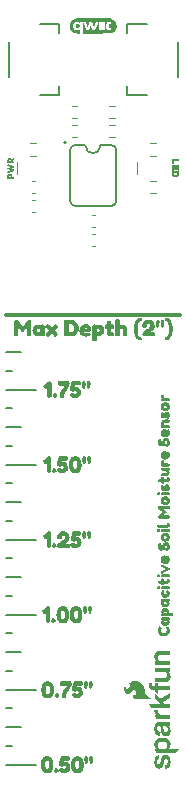
<source format=gto>
%TF.GenerationSoftware,KiCad,Pcbnew,9.0.4*%
%TF.CreationDate,2026-01-16T11:12:57-07:00*%
%TF.ProjectId,SparkFun_Capacitive_Soil_Moisture_Sensor,53706172-6b46-4756-9e5f-436170616369,v10*%
%TF.SameCoordinates,Original*%
%TF.FileFunction,Legend,Top*%
%TF.FilePolarity,Positive*%
%FSLAX46Y46*%
G04 Gerber Fmt 4.6, Leading zero omitted, Abs format (unit mm)*
G04 Created by KiCad (PCBNEW 9.0.4) date 2026-01-16 11:12:57*
%MOMM*%
%LPD*%
G01*
G04 APERTURE LIST*
%ADD10C,0.152400*%
%ADD11C,0.300000*%
%ADD12C,0.120000*%
%ADD13C,0.000000*%
%ADD14C,0.203200*%
%ADD15C,0.200000*%
G04 APERTURE END LIST*
D10*
X254000Y-53975000D02*
X1524000Y-53975000D01*
X254000Y-55562500D02*
X762000Y-55562500D01*
X254000Y-57150000D02*
X2794000Y-57150000D01*
X254000Y-28575000D02*
X1524000Y-28575000D01*
X254000Y-42862500D02*
X762000Y-42862500D01*
X254000Y-30162500D02*
X762000Y-30162500D01*
X254000Y-39687500D02*
X762000Y-39687500D01*
X254000Y-58737500D02*
X762000Y-58737500D01*
X254000Y-44450000D02*
X2794000Y-44450000D01*
X254000Y-31750000D02*
X2794000Y-31750000D01*
X254000Y-41275000D02*
X1524000Y-41275000D01*
X254000Y-33337500D02*
X762000Y-33337500D01*
X254000Y-63500000D02*
X2794000Y-63500000D01*
X254000Y-38100000D02*
X2794000Y-38100000D01*
X254000Y-61912500D02*
X762000Y-61912500D01*
X254000Y-50800000D02*
X2794000Y-50800000D01*
X254000Y-34925000D02*
X1524000Y-34925000D01*
X254000Y-60325000D02*
X1524000Y-60325000D01*
X254000Y-36512500D02*
X762000Y-36512500D01*
X254000Y-47625000D02*
X1524000Y-47625000D01*
X254000Y-46037500D02*
X762000Y-46037500D01*
D11*
X254000Y-25400000D02*
X14986000Y-25400000D01*
D10*
X254000Y-52387500D02*
X762000Y-52387500D01*
X254000Y-49212500D02*
X762000Y-49212500D01*
D12*
%TO.C,R1*%
X2777258Y-10907500D02*
X2302742Y-10907500D01*
X2777258Y-11952500D02*
X2302742Y-11952500D01*
%TO.C,R6*%
X12462742Y-10907500D02*
X12937258Y-10907500D01*
X12462742Y-11952500D02*
X12937258Y-11952500D01*
%TO.C,R3*%
X9444758Y-7732500D02*
X8970242Y-7732500D01*
X9444758Y-8777500D02*
X8970242Y-8777500D01*
D13*
%TO.C,kibuzzard-693B565E*%
G36*
X13217431Y-40444466D02*
G01*
X13255342Y-40458057D01*
X13287531Y-40497399D01*
X13297545Y-40572506D01*
X13287531Y-40646183D01*
X13254627Y-40685525D01*
X13215285Y-40699116D01*
X13167359Y-40701262D01*
X13119433Y-40699116D01*
X13080807Y-40685525D01*
X13048618Y-40645468D01*
X13038604Y-40571076D01*
X13048618Y-40497399D01*
X13081522Y-40458057D01*
X13120864Y-40444466D01*
X13168790Y-40442320D01*
X13217431Y-40444466D01*
G37*
G36*
X13217431Y-43540318D02*
G01*
X13255342Y-43553908D01*
X13287531Y-43593250D01*
X13297545Y-43668358D01*
X13287531Y-43742034D01*
X13254627Y-43781376D01*
X13215285Y-43794967D01*
X13167359Y-43797113D01*
X13119433Y-43794967D01*
X13080807Y-43781376D01*
X13048618Y-43741319D01*
X13038604Y-43666927D01*
X13048618Y-43593250D01*
X13081522Y-43553908D01*
X13120864Y-43540318D01*
X13168790Y-43538172D01*
X13217431Y-43540318D01*
G37*
G36*
X13217431Y-47400117D02*
G01*
X13255342Y-47413708D01*
X13287531Y-47453050D01*
X13297545Y-47528157D01*
X13287531Y-47601834D01*
X13254627Y-47641176D01*
X13215285Y-47654767D01*
X13167359Y-47656913D01*
X13119433Y-47654767D01*
X13080807Y-47641176D01*
X13048618Y-47601119D01*
X13038604Y-47526727D01*
X13048618Y-47453050D01*
X13081522Y-47413708D01*
X13120864Y-47400117D01*
X13168790Y-47397971D01*
X13217431Y-47400117D01*
G37*
G36*
X13217431Y-48372936D02*
G01*
X13255342Y-48386526D01*
X13287531Y-48425868D01*
X13297545Y-48500976D01*
X13287531Y-48574652D01*
X13254627Y-48613994D01*
X13215285Y-48627585D01*
X13167359Y-48629731D01*
X13119433Y-48627585D01*
X13080807Y-48613994D01*
X13048618Y-48573937D01*
X13038604Y-48499545D01*
X13048618Y-48425868D01*
X13081522Y-48386526D01*
X13120864Y-48372936D01*
X13168790Y-48370790D01*
X13217431Y-48372936D01*
G37*
G36*
X13555056Y-46568215D02*
G01*
X14037173Y-46821433D01*
X14084383Y-46866498D01*
X14100120Y-46935883D01*
X14084383Y-47005268D01*
X14037173Y-47050332D01*
X13555056Y-47303551D01*
X13452767Y-47323579D01*
X13379090Y-47246326D01*
X13356200Y-47139745D01*
X13437745Y-47070361D01*
X13743897Y-46935883D01*
X13437745Y-46801405D01*
X13381415Y-46767785D01*
X13355485Y-46729874D01*
X13379090Y-46625439D01*
X13427731Y-46561777D01*
X13484956Y-46544609D01*
X13555056Y-46568215D01*
G37*
G36*
X14012853Y-40444466D02*
G01*
X14050764Y-40458057D01*
X14082953Y-40497399D01*
X14092967Y-40572506D01*
X14082953Y-40646183D01*
X14050764Y-40685525D01*
X14012137Y-40699116D01*
X13962781Y-40701262D01*
X13496401Y-40701262D01*
X13448475Y-40699116D01*
X13409848Y-40685525D01*
X13377660Y-40645468D01*
X13367645Y-40571076D01*
X13377660Y-40497399D01*
X13410564Y-40458057D01*
X13449906Y-40444466D01*
X13499262Y-40442320D01*
X13964212Y-40442320D01*
X14012853Y-40444466D01*
G37*
G36*
X14012853Y-43540318D02*
G01*
X14050764Y-43553908D01*
X14082953Y-43593250D01*
X14092967Y-43668358D01*
X14082953Y-43742034D01*
X14050764Y-43781376D01*
X14012137Y-43794967D01*
X13962781Y-43797113D01*
X13496401Y-43797113D01*
X13448475Y-43794967D01*
X13409848Y-43781376D01*
X13377660Y-43741319D01*
X13367645Y-43666927D01*
X13377660Y-43593250D01*
X13410564Y-43553908D01*
X13449906Y-43540318D01*
X13499262Y-43538172D01*
X13964212Y-43538172D01*
X14012853Y-43540318D01*
G37*
G36*
X14012853Y-47400117D02*
G01*
X14050764Y-47413708D01*
X14082953Y-47453050D01*
X14092967Y-47528157D01*
X14082953Y-47601834D01*
X14050764Y-47641176D01*
X14012137Y-47654767D01*
X13962781Y-47656913D01*
X13496401Y-47656913D01*
X13448475Y-47654767D01*
X13409848Y-47641176D01*
X13377660Y-47601119D01*
X13367645Y-47526727D01*
X13377660Y-47453050D01*
X13410564Y-47413708D01*
X13449906Y-47400117D01*
X13499262Y-47397971D01*
X13964212Y-47397971D01*
X14012853Y-47400117D01*
G37*
G36*
X14012853Y-48372936D02*
G01*
X14050764Y-48386526D01*
X14082953Y-48425868D01*
X14092967Y-48500976D01*
X14082953Y-48574652D01*
X14050764Y-48613994D01*
X14012137Y-48627585D01*
X13962781Y-48629731D01*
X13496401Y-48629731D01*
X13448475Y-48627585D01*
X13409848Y-48613994D01*
X13377660Y-48573937D01*
X13367645Y-48499545D01*
X13377660Y-48425868D01*
X13410564Y-48386526D01*
X13449906Y-48372936D01*
X13499262Y-48370790D01*
X13964212Y-48370790D01*
X14012853Y-48372936D01*
G37*
G36*
X14038604Y-43058200D02*
G01*
X14077946Y-43082521D01*
X14090821Y-43110418D01*
X14092967Y-43141891D01*
X14090642Y-43222006D01*
X14083668Y-43282092D01*
X14043611Y-43370790D01*
X13954913Y-43423722D01*
X13887137Y-43434452D01*
X13799691Y-43438029D01*
X13165928Y-43438029D01*
X13116572Y-43435883D01*
X13077946Y-43422292D01*
X13045757Y-43382235D01*
X13035742Y-43307843D01*
X13045757Y-43234166D01*
X13078661Y-43195539D01*
X13118718Y-43181948D01*
X13167359Y-43179087D01*
X13783954Y-43179087D01*
X13834741Y-43174080D01*
X13842609Y-43140461D01*
X13844755Y-43110418D01*
X13856916Y-43082521D01*
X13894112Y-43058200D01*
X13964212Y-43050332D01*
X14038604Y-43058200D01*
G37*
G36*
X13529126Y-32194109D02*
G01*
X13584383Y-32217714D01*
X13633740Y-32297828D01*
X13623010Y-32352907D01*
X13612280Y-32387957D01*
X13633024Y-32458773D01*
X13685242Y-32486670D01*
X13964212Y-32486670D01*
X14012853Y-32488815D01*
X14050764Y-32502406D01*
X14082953Y-32542464D01*
X14092967Y-32618286D01*
X14082953Y-32691963D01*
X14050049Y-32731305D01*
X14010707Y-32744896D01*
X13961351Y-32747041D01*
X13494970Y-32747041D01*
X13446329Y-32744896D01*
X13408418Y-32731305D01*
X13376229Y-32691963D01*
X13366215Y-32616856D01*
X13380878Y-32533880D01*
X13424870Y-32493823D01*
X13375514Y-32421577D01*
X13359062Y-32345039D01*
X13362638Y-32302120D01*
X13375514Y-32250618D01*
X13407702Y-32204123D01*
X13462066Y-32186240D01*
X13529126Y-32194109D01*
G37*
G36*
X13529126Y-37716283D02*
G01*
X13584383Y-37739888D01*
X13633740Y-37820003D01*
X13623010Y-37875082D01*
X13612280Y-37910132D01*
X13633024Y-37980947D01*
X13685242Y-38008844D01*
X13964212Y-38008844D01*
X14012853Y-38010990D01*
X14050764Y-38024581D01*
X14082953Y-38064638D01*
X14092967Y-38140461D01*
X14082953Y-38214137D01*
X14050049Y-38253479D01*
X14010707Y-38267070D01*
X13961351Y-38269216D01*
X13494970Y-38269216D01*
X13446329Y-38267070D01*
X13408418Y-38253479D01*
X13376229Y-38214137D01*
X13366215Y-38139030D01*
X13380878Y-38056054D01*
X13424870Y-38015997D01*
X13375514Y-37943751D01*
X13359062Y-37867213D01*
X13362638Y-37824295D01*
X13375514Y-37772793D01*
X13407702Y-37726298D01*
X13462066Y-37708415D01*
X13529126Y-37716283D01*
G37*
G36*
X14094000Y-33280343D02*
G01*
X14058473Y-33367611D01*
X13999262Y-33449474D01*
X13921929Y-33515441D01*
X13832039Y-33555021D01*
X13729591Y-33568215D01*
X13630481Y-33555816D01*
X13541068Y-33518620D01*
X13461351Y-33456627D01*
X13398960Y-33377466D01*
X13361525Y-33288768D01*
X13349229Y-33191963D01*
X13610850Y-33191963D01*
X13644469Y-33272793D01*
X13728160Y-33306412D01*
X13815428Y-33269216D01*
X13844040Y-33190532D01*
X13815428Y-33110418D01*
X13726730Y-33071791D01*
X13642323Y-33104695D01*
X13610850Y-33191963D01*
X13349229Y-33191963D01*
X13349047Y-33190532D01*
X13361287Y-33089992D01*
X13398006Y-33000101D01*
X13459205Y-32920861D01*
X13538047Y-32859265D01*
X13627699Y-32822308D01*
X13728160Y-32809989D01*
X13833549Y-32823103D01*
X13924631Y-32862444D01*
X14001408Y-32928014D01*
X14059427Y-33009321D01*
X14094239Y-33095873D01*
X14105843Y-33187671D01*
X14105477Y-33190532D01*
X14094000Y-33280343D01*
G37*
G36*
X14094000Y-41241716D02*
G01*
X14058473Y-41328984D01*
X13999262Y-41410847D01*
X13921929Y-41476814D01*
X13832039Y-41516395D01*
X13729591Y-41529588D01*
X13630481Y-41517189D01*
X13541068Y-41479993D01*
X13461351Y-41418000D01*
X13398960Y-41338839D01*
X13361525Y-41250141D01*
X13349229Y-41153336D01*
X13610850Y-41153336D01*
X13644469Y-41234166D01*
X13728160Y-41267785D01*
X13815428Y-41230589D01*
X13844040Y-41151906D01*
X13815428Y-41071791D01*
X13726730Y-41033165D01*
X13642323Y-41066069D01*
X13610850Y-41153336D01*
X13349229Y-41153336D01*
X13349047Y-41151906D01*
X13361287Y-41051365D01*
X13398006Y-40961475D01*
X13459205Y-40882235D01*
X13538047Y-40820639D01*
X13627699Y-40783681D01*
X13728160Y-40771362D01*
X13833549Y-40784476D01*
X13924631Y-40823818D01*
X14001408Y-40889388D01*
X14059427Y-40970694D01*
X14094239Y-41057247D01*
X14105843Y-41149044D01*
X14105477Y-41151906D01*
X14094000Y-41241716D01*
G37*
G36*
X14094000Y-44337568D02*
G01*
X14058473Y-44424835D01*
X13999262Y-44506698D01*
X13921929Y-44572665D01*
X13832039Y-44612246D01*
X13729591Y-44625439D01*
X13630481Y-44613041D01*
X13541068Y-44575845D01*
X13461351Y-44513851D01*
X13398960Y-44434691D01*
X13361525Y-44345992D01*
X13349229Y-44249187D01*
X13610850Y-44249187D01*
X13644469Y-44330017D01*
X13728160Y-44363637D01*
X13815428Y-44326441D01*
X13844040Y-44247757D01*
X13815428Y-44167642D01*
X13726730Y-44129016D01*
X13642323Y-44161920D01*
X13610850Y-44249187D01*
X13349229Y-44249187D01*
X13349047Y-44247757D01*
X13361287Y-44147216D01*
X13398006Y-44057326D01*
X13459205Y-43978086D01*
X13538047Y-43916490D01*
X13627699Y-43879532D01*
X13728160Y-43867213D01*
X13833549Y-43880327D01*
X13924631Y-43919669D01*
X14001408Y-43985239D01*
X14059427Y-44066546D01*
X14094239Y-44153098D01*
X14105843Y-44244896D01*
X14105477Y-44247757D01*
X14094000Y-44337568D01*
G37*
G36*
X14003554Y-38355768D02*
G01*
X14036458Y-38363637D01*
X14065785Y-38383665D01*
X14083668Y-38422292D01*
X14091536Y-38485239D01*
X14074727Y-38570718D01*
X14024298Y-38609702D01*
X14073654Y-38679445D01*
X14090106Y-38757056D01*
X14078502Y-38844482D01*
X14043690Y-38921735D01*
X13985671Y-38988815D01*
X13910643Y-39040477D01*
X13824806Y-39071473D01*
X13728160Y-39081805D01*
X13494970Y-39081805D01*
X13445614Y-39079660D01*
X13406987Y-39066069D01*
X13374798Y-39026011D01*
X13364784Y-38951619D01*
X13374798Y-38877227D01*
X13407702Y-38837170D01*
X13447044Y-38823579D01*
X13496401Y-38821433D01*
X13728160Y-38821433D01*
X13803983Y-38794252D01*
X13831165Y-38718429D01*
X13803268Y-38643322D01*
X13728160Y-38615425D01*
X13493539Y-38615425D01*
X13445614Y-38613279D01*
X13406987Y-38599688D01*
X13374798Y-38560346D01*
X13364784Y-38485239D01*
X13374798Y-38410847D01*
X13407702Y-38370790D01*
X13447044Y-38357199D01*
X13494970Y-38355053D01*
X13965642Y-38355053D01*
X14003554Y-38355768D01*
G37*
G36*
X13595113Y-48745611D02*
G01*
X13654126Y-48797113D01*
X13673797Y-48848615D01*
X13648046Y-48919431D01*
X13622295Y-48991677D01*
X13653053Y-49066069D01*
X13728160Y-49097542D01*
X13803983Y-49066784D01*
X13835456Y-48994538D01*
X13816858Y-48931591D01*
X13785385Y-48857199D01*
X13804340Y-48807485D01*
X13861207Y-48749903D01*
X13927334Y-48717316D01*
X13988373Y-48732100D01*
X14044326Y-48794252D01*
X14086172Y-48891534D01*
X14100120Y-48988815D01*
X14094040Y-49050868D01*
X14075800Y-49113994D01*
X14046472Y-49176047D01*
X14007130Y-49234881D01*
X13955449Y-49286741D01*
X13889104Y-49327871D01*
X13811672Y-49354695D01*
X13726730Y-49363637D01*
X13643039Y-49354695D01*
X13566501Y-49327871D01*
X13500871Y-49286920D01*
X13449906Y-49235597D01*
X13411100Y-49177299D01*
X13381951Y-49115425D01*
X13363711Y-49052657D01*
X13357631Y-48991677D01*
X13371937Y-48889388D01*
X13414856Y-48794252D01*
X13439891Y-48756340D01*
X13470649Y-48729159D01*
X13513568Y-48715568D01*
X13595113Y-48745611D01*
G37*
G36*
X14010707Y-34284237D02*
G01*
X14049333Y-34297828D01*
X14081522Y-34337170D01*
X14091536Y-34412278D01*
X14081522Y-34488100D01*
X14048618Y-34528157D01*
X14009276Y-34541748D01*
X13961351Y-34543894D01*
X13728160Y-34543894D01*
X13652338Y-34570361D01*
X13625156Y-34645468D01*
X13653053Y-34721290D01*
X13728160Y-34749903D01*
X13962781Y-34749903D01*
X14010707Y-34752049D01*
X14049333Y-34765639D01*
X14081522Y-34805697D01*
X14091536Y-34880089D01*
X14081522Y-34953765D01*
X14049333Y-34993107D01*
X14010707Y-35006698D01*
X13961351Y-35008844D01*
X13490678Y-35008844D01*
X13443468Y-35005983D01*
X13406272Y-34992392D01*
X13375514Y-34953050D01*
X13366215Y-34878658D01*
X13374798Y-34811419D01*
X13398403Y-34772793D01*
X13425585Y-34757056D01*
X13454913Y-34752764D01*
X13393396Y-34676226D01*
X13366215Y-34572506D01*
X13377501Y-34486987D01*
X13411358Y-34415457D01*
X13467788Y-34357914D01*
X13541862Y-34315790D01*
X13628653Y-34290516D01*
X13728160Y-34282092D01*
X13962781Y-34282092D01*
X14010707Y-34284237D01*
G37*
G36*
X14090106Y-49844323D02*
G01*
X14077866Y-49927061D01*
X14041147Y-50003598D01*
X13979948Y-50073937D01*
X13902854Y-50129969D01*
X13818448Y-50163589D01*
X13726730Y-50174795D01*
X13637396Y-50163509D01*
X13554420Y-50129652D01*
X13477803Y-50073222D01*
X13416604Y-50002645D01*
X13379885Y-49926345D01*
X13367645Y-49844323D01*
X13373246Y-49811419D01*
X13625156Y-49811419D01*
X13656629Y-49885096D01*
X13729591Y-49915854D01*
X13800406Y-49883665D01*
X13831165Y-49808558D01*
X13800406Y-49739173D01*
X13728160Y-49709845D01*
X13655199Y-49739173D01*
X13625156Y-49811419D01*
X13373246Y-49811419D01*
X13381951Y-49760275D01*
X13424870Y-49694109D01*
X13380878Y-49657628D01*
X13366215Y-49571076D01*
X13376229Y-49497399D01*
X13409133Y-49458057D01*
X13448475Y-49444466D01*
X13496401Y-49442320D01*
X13961351Y-49442320D01*
X14009991Y-49444466D01*
X14047903Y-49458057D01*
X14080092Y-49498114D01*
X14090106Y-49572506D01*
X14077230Y-49653694D01*
X14038604Y-49694109D01*
X14077230Y-49762421D01*
X14084483Y-49808558D01*
X14090106Y-49844323D01*
G37*
G36*
X14090106Y-51415139D02*
G01*
X14077866Y-51497876D01*
X14041147Y-51574414D01*
X13979948Y-51644753D01*
X13902854Y-51700785D01*
X13818448Y-51734404D01*
X13726730Y-51745611D01*
X13637396Y-51734325D01*
X13554420Y-51700467D01*
X13477803Y-51644037D01*
X13416604Y-51573460D01*
X13379885Y-51497161D01*
X13367645Y-51415139D01*
X13373246Y-51382235D01*
X13625156Y-51382235D01*
X13656629Y-51455911D01*
X13729591Y-51486670D01*
X13800406Y-51454481D01*
X13831165Y-51379373D01*
X13800406Y-51309989D01*
X13728160Y-51280661D01*
X13655199Y-51309989D01*
X13625156Y-51382235D01*
X13373246Y-51382235D01*
X13381951Y-51331090D01*
X13424870Y-51264924D01*
X13380878Y-51228443D01*
X13366215Y-51141891D01*
X13376229Y-51068215D01*
X13409133Y-51028873D01*
X13448475Y-51015282D01*
X13496401Y-51013136D01*
X13961351Y-51013136D01*
X14009991Y-51015282D01*
X14047903Y-51028873D01*
X14080092Y-51068930D01*
X14090106Y-51143322D01*
X14077230Y-51224509D01*
X14038604Y-51264924D01*
X14077230Y-51333236D01*
X14084483Y-51379373D01*
X14090106Y-51415139D01*
G37*
G36*
X13710456Y-35083057D02*
G01*
X13763210Y-35112564D01*
X13795936Y-35158165D01*
X13806844Y-35216283D01*
X13806844Y-35521004D01*
X13861207Y-35478086D01*
X13881236Y-35393680D01*
X13862638Y-35277800D01*
X13844040Y-35211991D01*
X13861207Y-35164781D01*
X13912710Y-35126155D01*
X13978518Y-35107557D01*
X14035474Y-35126155D01*
X14076157Y-35181948D01*
X14100567Y-35274938D01*
X14108704Y-35405124D01*
X14099941Y-35500976D01*
X14073654Y-35585382D01*
X14033060Y-35655303D01*
X13981379Y-35707700D01*
X13922724Y-35745969D01*
X13861207Y-35773508D01*
X13797545Y-35790139D01*
X13732452Y-35795682D01*
X13626825Y-35783522D01*
X13535027Y-35747041D01*
X13457059Y-35686240D01*
X13397847Y-35606205D01*
X13362320Y-35512023D01*
X13350791Y-35406555D01*
X13580807Y-35406555D01*
X13608704Y-35487385D01*
X13672366Y-35521004D01*
X13672366Y-35360775D01*
X13638031Y-35322149D01*
X13595828Y-35345039D01*
X13580807Y-35406555D01*
X13350791Y-35406555D01*
X13350478Y-35403694D01*
X13360810Y-35305220D01*
X13391807Y-35223436D01*
X13443468Y-35158343D01*
X13538961Y-35094502D01*
X13639462Y-35073222D01*
X13710456Y-35083057D01*
G37*
G36*
X13710456Y-36960024D02*
G01*
X13763210Y-36989531D01*
X13795936Y-37035132D01*
X13806844Y-37093250D01*
X13806844Y-37397971D01*
X13861207Y-37355053D01*
X13881236Y-37270647D01*
X13862638Y-37154767D01*
X13844040Y-37088959D01*
X13861207Y-37041748D01*
X13912710Y-37003122D01*
X13978518Y-36984524D01*
X14035474Y-37003122D01*
X14076157Y-37058916D01*
X14100567Y-37151906D01*
X14108704Y-37282092D01*
X14099941Y-37377943D01*
X14073654Y-37462349D01*
X14033060Y-37532270D01*
X13981379Y-37584667D01*
X13922724Y-37622936D01*
X13861207Y-37650475D01*
X13797545Y-37667106D01*
X13732452Y-37672649D01*
X13626825Y-37660489D01*
X13535027Y-37624009D01*
X13457059Y-37563207D01*
X13397847Y-37483172D01*
X13362320Y-37388990D01*
X13350791Y-37283522D01*
X13580807Y-37283522D01*
X13608704Y-37364352D01*
X13672366Y-37397971D01*
X13672366Y-37237742D01*
X13638031Y-37199116D01*
X13595828Y-37222006D01*
X13580807Y-37283522D01*
X13350791Y-37283522D01*
X13350478Y-37280661D01*
X13360810Y-37182187D01*
X13391807Y-37100403D01*
X13443468Y-37035310D01*
X13538961Y-36971469D01*
X13639462Y-36950189D01*
X13710456Y-36960024D01*
G37*
G36*
X13710456Y-45788351D02*
G01*
X13763210Y-45817857D01*
X13795936Y-45863458D01*
X13806844Y-45921577D01*
X13806844Y-46226298D01*
X13861207Y-46183379D01*
X13881236Y-46098973D01*
X13862638Y-45983093D01*
X13844040Y-45917285D01*
X13861207Y-45870074D01*
X13912710Y-45831448D01*
X13978518Y-45812850D01*
X14035474Y-45831448D01*
X14076157Y-45887242D01*
X14100567Y-45980232D01*
X14108704Y-46110418D01*
X14099941Y-46206269D01*
X14073654Y-46290675D01*
X14033060Y-46360597D01*
X13981379Y-46412993D01*
X13922724Y-46451262D01*
X13861207Y-46478801D01*
X13797545Y-46495432D01*
X13732452Y-46500976D01*
X13626825Y-46488815D01*
X13535027Y-46452335D01*
X13457059Y-46391534D01*
X13397847Y-46311499D01*
X13362320Y-46217316D01*
X13350791Y-46111848D01*
X13580807Y-46111848D01*
X13608704Y-46192678D01*
X13672366Y-46226298D01*
X13672366Y-46066069D01*
X13638031Y-46027442D01*
X13595828Y-46050332D01*
X13580807Y-46111848D01*
X13350791Y-46111848D01*
X13350478Y-46108987D01*
X13360810Y-46010513D01*
X13391807Y-45928730D01*
X13443468Y-45863637D01*
X13538961Y-45799795D01*
X13639462Y-45778515D01*
X13710456Y-45788351D01*
G37*
G36*
X14066501Y-50614352D02*
G01*
X14038604Y-50676941D01*
X14268933Y-50676941D01*
X14316143Y-50677657D01*
X14355485Y-50691247D01*
X14386243Y-50731305D01*
X14396258Y-50805697D01*
X14388389Y-50867928D01*
X14370506Y-50905840D01*
X14341179Y-50925153D01*
X14308990Y-50932306D01*
X14270363Y-50933021D01*
X13493539Y-50933021D01*
X13446329Y-50930876D01*
X13408418Y-50918000D01*
X13376229Y-50879373D01*
X13366215Y-50807127D01*
X13377660Y-50729516D01*
X13411994Y-50682664D01*
X13378732Y-50615783D01*
X13372525Y-50573937D01*
X13626587Y-50573937D01*
X13656629Y-50646898D01*
X13729591Y-50676941D01*
X13801837Y-50646898D01*
X13832595Y-50575368D01*
X13801837Y-50502406D01*
X13729591Y-50470933D01*
X13656629Y-50500976D01*
X13626587Y-50573937D01*
X13372525Y-50573937D01*
X13367645Y-50541033D01*
X13379885Y-50459011D01*
X13416604Y-50382711D01*
X13477803Y-50312134D01*
X13554420Y-50255705D01*
X13637396Y-50221847D01*
X13726730Y-50210561D01*
X13816938Y-50221688D01*
X13898721Y-50255069D01*
X13972080Y-50310704D01*
X14029702Y-50380804D01*
X14064275Y-50457580D01*
X14075800Y-50541033D01*
X14071445Y-50575368D01*
X14066501Y-50614352D01*
G37*
G36*
X13570077Y-39149760D02*
G01*
X13609419Y-39181233D01*
X13624441Y-39220575D01*
X13628017Y-39269216D01*
X13626587Y-39343608D01*
X13792538Y-39343608D01*
X13835456Y-39335740D01*
X13846901Y-39304981D01*
X13849763Y-39252049D01*
X13863353Y-39213422D01*
X13898403Y-39184810D01*
X13964212Y-39176226D01*
X14037888Y-39186956D01*
X14077230Y-39220575D01*
X14090821Y-39259917D01*
X14092967Y-39306412D01*
X14085178Y-39398687D01*
X14061811Y-39473317D01*
X14022867Y-39530303D01*
X13967550Y-39570440D01*
X13895065Y-39594522D01*
X13805413Y-39602549D01*
X13623725Y-39602549D01*
X13623725Y-39638315D01*
X13592252Y-39704838D01*
X13497831Y-39724152D01*
X13405557Y-39701262D01*
X13374798Y-39632592D01*
X13374798Y-39602549D01*
X13250335Y-39602549D01*
X13202409Y-39600403D01*
X13165213Y-39586813D01*
X13135170Y-39547471D01*
X13125871Y-39472363D01*
X13135886Y-39400117D01*
X13168074Y-39360775D01*
X13208132Y-39346469D01*
X13256057Y-39343608D01*
X13370506Y-39343608D01*
X13367645Y-39267785D01*
X13368361Y-39229874D01*
X13376229Y-39196255D01*
X13396258Y-39165496D01*
X13435599Y-39146898D01*
X13499262Y-39139030D01*
X13570077Y-39149760D01*
G37*
G36*
X13570077Y-47732020D02*
G01*
X13609419Y-47763494D01*
X13624441Y-47802835D01*
X13628017Y-47851476D01*
X13626587Y-47925868D01*
X13792538Y-47925868D01*
X13835456Y-47918000D01*
X13846901Y-47887242D01*
X13849763Y-47834309D01*
X13863353Y-47795682D01*
X13898403Y-47767070D01*
X13964212Y-47758486D01*
X14037888Y-47769216D01*
X14077230Y-47802835D01*
X14090821Y-47842177D01*
X14092967Y-47888672D01*
X14085178Y-47980947D01*
X14061811Y-48055577D01*
X14022867Y-48112564D01*
X13967550Y-48152700D01*
X13895065Y-48176782D01*
X13805413Y-48184810D01*
X13623725Y-48184810D01*
X13623725Y-48220575D01*
X13592252Y-48287099D01*
X13497831Y-48306412D01*
X13405557Y-48283522D01*
X13374798Y-48214853D01*
X13374798Y-48184810D01*
X13250335Y-48184810D01*
X13202409Y-48182664D01*
X13165213Y-48169073D01*
X13135170Y-48129731D01*
X13125871Y-48054624D01*
X13135886Y-47982378D01*
X13168074Y-47943036D01*
X13208132Y-47928730D01*
X13256057Y-47925868D01*
X13370506Y-47925868D01*
X13367645Y-47850046D01*
X13368361Y-47812134D01*
X13376229Y-47778515D01*
X13396258Y-47747757D01*
X13435599Y-47729159D01*
X13499262Y-47721290D01*
X13570077Y-47732020D01*
G37*
G36*
X14011422Y-41592535D02*
G01*
X14050049Y-41606841D01*
X14081522Y-41646183D01*
X14091536Y-41721290D01*
X14081522Y-41795682D01*
X14048618Y-41835740D01*
X14009276Y-41849330D01*
X13959920Y-41851476D01*
X13553625Y-41851476D01*
X13781093Y-42018858D01*
X13792538Y-42027442D01*
X13808275Y-42041033D01*
X13822581Y-42059631D01*
X13835456Y-42089674D01*
X13839748Y-42129016D01*
X13825084Y-42193393D01*
X13781093Y-42240604D01*
X13555056Y-42406555D01*
X13962781Y-42406555D01*
X14010707Y-42408701D01*
X14049333Y-42422292D01*
X14081522Y-42462349D01*
X14091536Y-42538172D01*
X14081522Y-42611848D01*
X14049333Y-42650475D01*
X14009991Y-42664066D01*
X13959920Y-42666927D01*
X13221722Y-42666927D01*
X13173797Y-42664781D01*
X13135170Y-42651190D01*
X13102981Y-42611133D01*
X13092967Y-42535310D01*
X13095113Y-42497399D01*
X13098690Y-42471648D01*
X13105127Y-42453050D01*
X13112280Y-42440890D01*
X13123010Y-42430160D01*
X13133024Y-42420861D01*
X13507845Y-42129016D01*
X13134455Y-41838601D01*
X13101551Y-41795682D01*
X13092967Y-41719860D01*
X13102981Y-41645468D01*
X13135170Y-41606126D01*
X13174512Y-41592535D01*
X13224584Y-41589674D01*
X13962781Y-41589674D01*
X14011422Y-41592535D01*
G37*
G36*
X13947445Y-33622464D02*
G01*
X14016744Y-33660747D01*
X14066243Y-33724552D01*
X14095943Y-33813880D01*
X14105843Y-33928730D01*
X14096186Y-34023329D01*
X14067216Y-34121147D01*
X14023940Y-34195718D01*
X13971365Y-34220575D01*
X13920578Y-34207342D01*
X13854054Y-34167642D01*
X13825442Y-34111848D01*
X13860492Y-34012421D01*
X13895542Y-33905840D01*
X13872652Y-33851476D01*
X13847617Y-33872220D01*
X13827588Y-33943036D01*
X13808275Y-34020289D01*
X13773493Y-34097274D01*
X13723511Y-34152263D01*
X13658328Y-34185257D01*
X13577946Y-34196255D01*
X13480843Y-34177120D01*
X13409848Y-34119717D01*
X13377660Y-34060664D01*
X13358346Y-33985557D01*
X13351908Y-33894395D01*
X13363711Y-33795325D01*
X13399119Y-33695539D01*
X13458489Y-33640103D01*
X13547903Y-33671219D01*
X13602266Y-33742750D01*
X13576515Y-33821433D01*
X13550764Y-33910132D01*
X13579376Y-33963064D01*
X13592252Y-33960918D01*
X13602266Y-33954481D01*
X13610134Y-33945182D01*
X13616572Y-33931591D01*
X13621579Y-33915854D01*
X13626587Y-33897256D01*
X13630878Y-33877227D01*
X13634455Y-33854338D01*
X13638031Y-33831448D01*
X13656629Y-33753479D01*
X13689534Y-33684810D01*
X13755342Y-33629016D01*
X13858346Y-33609702D01*
X13947445Y-33622464D01*
G37*
G36*
X13947445Y-39772678D02*
G01*
X14016744Y-39810961D01*
X14066243Y-39874767D01*
X14095943Y-39964094D01*
X14105843Y-40078944D01*
X14096186Y-40173544D01*
X14067216Y-40271362D01*
X14023940Y-40345933D01*
X13971365Y-40370790D01*
X13920578Y-40357557D01*
X13854054Y-40317857D01*
X13825442Y-40262063D01*
X13860492Y-40162635D01*
X13895542Y-40056054D01*
X13872652Y-40001691D01*
X13847617Y-40022435D01*
X13827588Y-40093250D01*
X13808275Y-40170504D01*
X13773493Y-40247489D01*
X13723511Y-40302478D01*
X13658328Y-40335471D01*
X13577946Y-40346469D01*
X13480843Y-40327335D01*
X13409848Y-40269931D01*
X13377660Y-40210879D01*
X13358346Y-40135771D01*
X13351908Y-40044609D01*
X13363711Y-39945539D01*
X13399119Y-39845754D01*
X13458489Y-39790318D01*
X13547903Y-39821433D01*
X13602266Y-39892964D01*
X13576515Y-39971648D01*
X13550764Y-40060346D01*
X13579376Y-40113279D01*
X13592252Y-40111133D01*
X13602266Y-40104695D01*
X13610134Y-40095396D01*
X13616572Y-40081805D01*
X13621579Y-40066069D01*
X13626587Y-40047471D01*
X13630878Y-40027442D01*
X13634455Y-40004552D01*
X13638031Y-39981662D01*
X13656629Y-39903694D01*
X13689534Y-39835024D01*
X13755342Y-39779230D01*
X13858346Y-39759917D01*
X13947445Y-39772678D01*
G37*
G36*
X13837960Y-35843250D02*
G01*
X13899834Y-35861491D01*
X13996401Y-35923722D01*
X14060063Y-36011705D01*
X14096544Y-36109702D01*
X14107273Y-36204838D01*
X14100835Y-36284953D01*
X14085099Y-36352192D01*
X14061494Y-36407270D01*
X14034312Y-36451619D01*
X14006415Y-36485954D01*
X13981379Y-36510990D01*
X13961351Y-36526727D01*
X13951336Y-36535310D01*
X13858346Y-36571076D01*
X13766787Y-36510990D01*
X13733724Y-36451540D01*
X13743261Y-36389547D01*
X13795399Y-36325010D01*
X13847617Y-36267070D01*
X13861207Y-36210561D01*
X13840464Y-36126155D01*
X13773940Y-36100403D01*
X13729591Y-36137599D01*
X13695971Y-36249903D01*
X13677552Y-36318036D01*
X13658060Y-36372220D01*
X13612280Y-36452335D01*
X13550764Y-36509559D01*
X13473511Y-36543894D01*
X13380521Y-36555339D01*
X13297784Y-36544689D01*
X13225061Y-36512739D01*
X13162352Y-36459488D01*
X13114267Y-36390024D01*
X13085417Y-36309432D01*
X13075800Y-36217714D01*
X13085337Y-36109782D01*
X13113949Y-36018699D01*
X13161637Y-35944466D01*
X13235313Y-35892964D01*
X13323296Y-35927299D01*
X13392681Y-36011705D01*
X13366215Y-36107557D01*
X13352624Y-36124009D01*
X13336172Y-36144037D01*
X13325442Y-36171934D01*
X13320435Y-36219144D01*
X13338318Y-36272077D01*
X13381951Y-36294967D01*
X13428446Y-36269931D01*
X13453482Y-36213422D01*
X13471365Y-36126155D01*
X13493539Y-36034595D01*
X13530735Y-35953587D01*
X13585099Y-35890818D01*
X13662710Y-35850582D01*
X13769648Y-35837170D01*
X13837960Y-35843250D01*
G37*
G36*
X13837960Y-44671577D02*
G01*
X13899834Y-44689817D01*
X13996401Y-44752049D01*
X14060063Y-44840031D01*
X14096544Y-44938029D01*
X14107273Y-45033165D01*
X14100835Y-45113279D01*
X14085099Y-45180518D01*
X14061494Y-45235597D01*
X14034312Y-45279946D01*
X14006415Y-45314280D01*
X13981379Y-45339316D01*
X13961351Y-45355053D01*
X13951336Y-45363637D01*
X13858346Y-45399402D01*
X13766787Y-45339316D01*
X13733724Y-45279866D01*
X13743261Y-45217873D01*
X13795399Y-45153336D01*
X13847617Y-45095396D01*
X13861207Y-45038887D01*
X13840464Y-44954481D01*
X13773940Y-44928730D01*
X13729591Y-44965926D01*
X13695971Y-45078229D01*
X13677552Y-45146362D01*
X13658060Y-45200546D01*
X13612280Y-45280661D01*
X13550764Y-45337886D01*
X13473511Y-45372220D01*
X13380521Y-45383665D01*
X13297784Y-45373015D01*
X13225061Y-45341065D01*
X13162352Y-45287814D01*
X13114267Y-45218350D01*
X13085417Y-45137758D01*
X13075800Y-45046040D01*
X13085337Y-44938108D01*
X13113949Y-44847026D01*
X13161637Y-44772793D01*
X13235313Y-44721290D01*
X13323296Y-44755625D01*
X13392681Y-44840031D01*
X13366215Y-44935883D01*
X13352624Y-44952335D01*
X13336172Y-44972363D01*
X13325442Y-45000260D01*
X13320435Y-45047471D01*
X13338318Y-45100403D01*
X13381951Y-45123293D01*
X13428446Y-45098258D01*
X13453482Y-45041748D01*
X13471365Y-44954481D01*
X13493539Y-44862921D01*
X13530735Y-44781913D01*
X13585099Y-44719144D01*
X13662710Y-44678908D01*
X13769648Y-44665496D01*
X13837960Y-44671577D01*
G37*
G36*
X13341894Y-51817142D02*
G01*
X13399834Y-51870790D01*
X13419147Y-51920146D01*
X13386243Y-51997399D01*
X13379805Y-52006698D01*
X13371937Y-52018858D01*
X13364069Y-52032449D01*
X13356916Y-52051763D01*
X13351193Y-52074652D01*
X13346186Y-52103265D01*
X13344755Y-52137599D01*
X13359062Y-52219144D01*
X13401265Y-52299974D01*
X13479233Y-52363637D01*
X13532881Y-52381877D01*
X13593682Y-52387957D01*
X13671830Y-52377049D01*
X13737459Y-52344323D01*
X13787710Y-52298007D01*
X13819720Y-52246326D01*
X13842609Y-52137599D01*
X13830807Y-52062134D01*
X13795399Y-51990246D01*
X13766787Y-51918715D01*
X13787173Y-51870074D01*
X13848332Y-51818572D01*
X13931308Y-51787099D01*
X13983525Y-51807127D01*
X14027159Y-51865783D01*
X14071667Y-51950666D01*
X14098372Y-52039364D01*
X14107273Y-52131877D01*
X14102981Y-52192499D01*
X14090106Y-52257056D01*
X14067037Y-52324652D01*
X14032166Y-52394395D01*
X13987102Y-52461455D01*
X13933454Y-52521004D01*
X13867466Y-52571970D01*
X13785385Y-52613279D01*
X13690607Y-52640639D01*
X13586529Y-52649760D01*
X13486386Y-52640818D01*
X13394827Y-52613994D01*
X13315249Y-52573222D01*
X13251050Y-52522435D01*
X13198833Y-52462886D01*
X13155199Y-52395825D01*
X13121401Y-52325725D01*
X13098690Y-52257056D01*
X13085814Y-52190711D01*
X13081522Y-52127585D01*
X13090424Y-52042384D01*
X13117129Y-51954640D01*
X13161637Y-51864352D01*
X13188818Y-51825725D01*
X13218861Y-51799259D01*
X13261780Y-51785668D01*
X13341894Y-51817142D01*
G37*
%TO.C,kibuzzard-696937A1*%
G36*
X4697500Y-57508512D02*
G01*
X4729045Y-57567847D01*
X4739560Y-57659728D01*
X4696499Y-57807940D01*
X4547285Y-57850000D01*
X4398072Y-57807940D01*
X4355011Y-57661731D01*
X4365776Y-57568348D01*
X4398072Y-57508512D01*
X4457407Y-57476216D01*
X4549288Y-57465451D01*
X4697500Y-57508512D01*
G37*
G36*
X7501506Y-56462017D02*
G01*
X7551577Y-56513090D01*
X7568602Y-56574177D01*
X7571606Y-56646280D01*
X7560340Y-56796745D01*
X7526541Y-56963734D01*
X7473215Y-57095172D01*
X7403366Y-57138984D01*
X7336520Y-57094921D01*
X7284195Y-56962732D01*
X7250397Y-56795494D01*
X7239131Y-56646280D01*
X7242135Y-56573176D01*
X7259160Y-56513090D01*
X7310232Y-56462017D01*
X7407371Y-56445994D01*
X7501506Y-56462017D01*
G37*
G36*
X7088916Y-56462017D02*
G01*
X7138988Y-56513090D01*
X7156012Y-56574177D01*
X7159016Y-56646280D01*
X7147750Y-56796745D01*
X7113952Y-56963734D01*
X7061127Y-57095172D01*
X6992779Y-57138984D01*
X6900647Y-57040844D01*
X6866599Y-56940200D01*
X6844567Y-56834549D01*
X6832550Y-56733405D01*
X6828544Y-56646280D01*
X6831549Y-56573176D01*
X6848573Y-56513090D01*
X6898644Y-56462017D01*
X6994782Y-56445994D01*
X7088916Y-56462017D01*
G37*
G36*
X5724968Y-56462017D02*
G01*
X5781048Y-56508083D01*
X5800075Y-56563162D01*
X5803079Y-56632260D01*
X5784803Y-56748927D01*
X5729975Y-56886624D01*
X5653616Y-57029077D01*
X5570747Y-57160014D01*
X5487879Y-57291452D01*
X5411520Y-57435408D01*
X5356692Y-57574607D01*
X5338416Y-57691774D01*
X5334410Y-57754864D01*
X5313380Y-57801931D01*
X5257300Y-57836981D01*
X5154152Y-57847997D01*
X5049002Y-57837983D01*
X4993923Y-57801931D01*
X4973895Y-57753863D01*
X4969889Y-57687768D01*
X4983909Y-57542811D01*
X5025969Y-57392346D01*
X5084803Y-57251896D01*
X5149145Y-57136981D01*
X5216241Y-57036338D01*
X5283337Y-56938698D01*
X5360447Y-56814521D01*
X4959875Y-56814521D01*
X4891778Y-56810515D01*
X4836699Y-56790486D01*
X4791634Y-56734406D01*
X4777614Y-56630258D01*
X4791634Y-56527110D01*
X4833695Y-56472031D01*
X4885769Y-56452003D01*
X4949861Y-56447997D01*
X5620819Y-56447997D01*
X5724968Y-56462017D01*
G37*
G36*
X6562164Y-56443991D02*
G01*
X6631263Y-56447997D01*
X6685340Y-56467024D01*
X6730404Y-56523104D01*
X6744424Y-56632260D01*
X6731406Y-56732403D01*
X6688344Y-56785479D01*
X6636270Y-56803505D01*
X6572178Y-56806509D01*
X6263737Y-56806509D01*
X6249717Y-56912661D01*
X6283766Y-56908655D01*
X6293780Y-56908655D01*
X6415510Y-56924344D01*
X6527002Y-56971412D01*
X6628258Y-57049857D01*
X6708373Y-57148999D01*
X6756441Y-57258155D01*
X6772464Y-57377325D01*
X6756886Y-57510070D01*
X6710153Y-57627905D01*
X6632264Y-57730830D01*
X6531453Y-57810388D01*
X6415955Y-57858123D01*
X6285769Y-57874034D01*
X6177614Y-57865272D01*
X6077471Y-57838984D01*
X5941277Y-57769886D01*
X5899217Y-57733834D01*
X5823108Y-57611660D01*
X5897214Y-57475465D01*
X6021391Y-57407368D01*
X6157586Y-57473462D01*
X6273752Y-57505508D01*
X6369889Y-57475465D01*
X6403938Y-57391345D01*
X6367886Y-57308226D01*
X6279760Y-57275179D01*
X6201649Y-57303219D01*
X6089489Y-57351288D01*
X5959303Y-57311230D01*
X5870175Y-57251144D01*
X5845139Y-57193062D01*
X5919245Y-56624249D01*
X5929260Y-56568169D01*
X5952293Y-56513090D01*
X6008373Y-56460014D01*
X6103509Y-56441989D01*
X6562164Y-56443991D01*
G37*
G36*
X3886842Y-56438984D02*
G01*
X3994496Y-56478040D01*
X4083623Y-56536373D01*
X4150719Y-56607225D01*
X4201541Y-56690844D01*
X4241849Y-56787482D01*
X4270891Y-56886373D01*
X4287915Y-56976753D01*
X4296177Y-57063376D01*
X4298931Y-57151001D01*
X4295926Y-57240880D01*
X4286913Y-57330258D01*
X4269138Y-57422389D01*
X4239846Y-57520529D01*
X4199539Y-57615415D01*
X4148716Y-57697783D01*
X4082121Y-57767382D01*
X3994496Y-57823963D01*
X3888845Y-57861516D01*
X3768172Y-57874034D01*
X3760161Y-57873395D01*
X3661520Y-57865522D01*
X3565883Y-57839986D01*
X3484016Y-57799177D01*
X3418673Y-57744850D01*
X3320533Y-57612661D01*
X3284732Y-57537554D01*
X3259446Y-57454435D01*
X3231406Y-57295207D01*
X3223504Y-57151001D01*
X3589918Y-57151001D01*
X3600558Y-57306098D01*
X3632479Y-57416881D01*
X3685680Y-57483351D01*
X3760161Y-57505508D01*
X3843280Y-57478469D01*
X3894353Y-57417382D01*
X3920390Y-57327253D01*
X3931406Y-57239127D01*
X3932407Y-57159013D01*
X3932407Y-57148999D01*
X3921767Y-56993026D01*
X3889846Y-56881617D01*
X3836645Y-56814771D01*
X3762164Y-56792489D01*
X3686806Y-56814896D01*
X3632979Y-56882117D01*
X3600683Y-56994152D01*
X3589918Y-57151001D01*
X3223504Y-57151001D01*
X3223394Y-57148999D01*
X3225898Y-57064878D01*
X3233408Y-56980758D01*
X3249682Y-56891631D01*
X3278473Y-56792489D01*
X3318780Y-56694850D01*
X3369603Y-56610229D01*
X3437200Y-56538376D01*
X3527829Y-56479041D01*
X3637986Y-56439235D01*
X3764167Y-56425966D01*
X3886842Y-56438984D01*
G37*
D12*
%TO.C,C2*%
X7479420Y-16952500D02*
X7760580Y-16952500D01*
X7479420Y-17972500D02*
X7760580Y-17972500D01*
D14*
%TO.C,J2*%
X10510000Y-810000D02*
X12160000Y-810000D01*
X10510000Y-1560000D02*
X10510000Y-810000D01*
X10510000Y-6810000D02*
X10510000Y-6060000D01*
X12160000Y-6810000D02*
X10510000Y-6810000D01*
X14760000Y-5310000D02*
X14760000Y-2310000D01*
D13*
%TO.C,G\u002A\u002A\u002A*%
G36*
X14131803Y-57858162D02*
G01*
X13551717Y-58214485D01*
X13684975Y-58352623D01*
X14131803Y-58352623D01*
X14131803Y-58709179D01*
X12534563Y-58709179D01*
X12339033Y-58352623D01*
X13300885Y-58352623D01*
X12833611Y-57903123D01*
X12833611Y-57481274D01*
X13310993Y-57971088D01*
X14131803Y-57426321D01*
X14131803Y-57858162D01*
G37*
G36*
X13139857Y-58860066D02*
G01*
X13137478Y-58874739D01*
X13135360Y-58890577D01*
X13133542Y-58907233D01*
X13132062Y-58924357D01*
X13130957Y-58941600D01*
X13130266Y-58958615D01*
X13130028Y-58975053D01*
X13130568Y-58999254D01*
X13132171Y-59022443D01*
X13134810Y-59044634D01*
X13138461Y-59065844D01*
X13143098Y-59086090D01*
X13148695Y-59105386D01*
X13155226Y-59123749D01*
X13162665Y-59141195D01*
X13170987Y-59157741D01*
X13180166Y-59173402D01*
X13190177Y-59188194D01*
X13200993Y-59202134D01*
X13212589Y-59215237D01*
X13224939Y-59227519D01*
X13238017Y-59238997D01*
X13251799Y-59249687D01*
X13266257Y-59259605D01*
X13281366Y-59268766D01*
X13297101Y-59277187D01*
X13313436Y-59284884D01*
X13330345Y-59291873D01*
X13347803Y-59298170D01*
X13365783Y-59303791D01*
X13384260Y-59308752D01*
X13403208Y-59313069D01*
X13422602Y-59316759D01*
X13462623Y-59322319D01*
X13504118Y-59325561D01*
X13546880Y-59326613D01*
X14131846Y-59326613D01*
X14131846Y-59683169D01*
X12894183Y-59683169D01*
X12833653Y-59344156D01*
X13074842Y-59344156D01*
X13074842Y-59339276D01*
X13059678Y-59332624D01*
X13044820Y-59325399D01*
X13030281Y-59317619D01*
X13016072Y-59309299D01*
X13002204Y-59300458D01*
X12988689Y-59291110D01*
X12975537Y-59281274D01*
X12962761Y-59270964D01*
X12950373Y-59260199D01*
X12938382Y-59248995D01*
X12926802Y-59237368D01*
X12915643Y-59225335D01*
X12904916Y-59212912D01*
X12894634Y-59200116D01*
X12884808Y-59186965D01*
X12875449Y-59173473D01*
X12866568Y-59159659D01*
X12858177Y-59145538D01*
X12850288Y-59131127D01*
X12842911Y-59116444D01*
X12836059Y-59101503D01*
X12829743Y-59086323D01*
X12823974Y-59070920D01*
X12818764Y-59055309D01*
X12814123Y-59039509D01*
X12810065Y-59023535D01*
X12806599Y-59007404D01*
X12803738Y-58991133D01*
X12801493Y-58974739D01*
X12799875Y-58958237D01*
X12798895Y-58941645D01*
X12798566Y-58924979D01*
X12798627Y-58919802D01*
X12798805Y-58914682D01*
X12799097Y-58909614D01*
X12799498Y-58904595D01*
X12800607Y-58894691D01*
X12802096Y-58884941D01*
X12803927Y-58875316D01*
X12806066Y-58865788D01*
X12808473Y-58856327D01*
X12811114Y-58846906D01*
X13142459Y-58846906D01*
X13139857Y-58860066D01*
G37*
G36*
X12613512Y-56602733D02*
G01*
X12611938Y-56619021D01*
X12610619Y-56635430D01*
X12609548Y-56651893D01*
X12608722Y-56668345D01*
X12608137Y-56684721D01*
X12607789Y-56700955D01*
X12607674Y-56716983D01*
X12608152Y-56734667D01*
X12608757Y-56742990D01*
X12609613Y-56750971D01*
X12610724Y-56758616D01*
X12612096Y-56765928D01*
X12613734Y-56772912D01*
X12615644Y-56779571D01*
X12617829Y-56785910D01*
X12620295Y-56791932D01*
X12623047Y-56797643D01*
X12626091Y-56803046D01*
X12629431Y-56808145D01*
X12633072Y-56812944D01*
X12637020Y-56817448D01*
X12641279Y-56821661D01*
X12645855Y-56825586D01*
X12650752Y-56829228D01*
X12655976Y-56832591D01*
X12661532Y-56835679D01*
X12667425Y-56838496D01*
X12673659Y-56841047D01*
X12680240Y-56843335D01*
X12687174Y-56845365D01*
X12694464Y-56847140D01*
X12702117Y-56848666D01*
X12710136Y-56849945D01*
X12718528Y-56850983D01*
X12736449Y-56852349D01*
X12755920Y-56852797D01*
X12833644Y-56852797D01*
X12833644Y-56606844D01*
X13072161Y-56606844D01*
X13072161Y-56852797D01*
X14131953Y-56852797D01*
X14131953Y-57209353D01*
X13072161Y-57209353D01*
X13072161Y-57561029D01*
X12833644Y-57317981D01*
X12833644Y-57209353D01*
X12733497Y-57209353D01*
X12712024Y-57208933D01*
X12690967Y-57207673D01*
X12670343Y-57205572D01*
X12650170Y-57202629D01*
X12630464Y-57198843D01*
X12611244Y-57194213D01*
X12592527Y-57188739D01*
X12574331Y-57182419D01*
X12556672Y-57175253D01*
X12539568Y-57167240D01*
X12523037Y-57158378D01*
X12507096Y-57148668D01*
X12491763Y-57138108D01*
X12477054Y-57126697D01*
X12462989Y-57114435D01*
X12449583Y-57101320D01*
X12436854Y-57087352D01*
X12424820Y-57072530D01*
X12413498Y-57056852D01*
X12402906Y-57040319D01*
X12393062Y-57022929D01*
X12383981Y-57004681D01*
X12375683Y-56985575D01*
X12368184Y-56965609D01*
X12361502Y-56944783D01*
X12355654Y-56923096D01*
X12350658Y-56900547D01*
X12346532Y-56877135D01*
X12343292Y-56852859D01*
X12340956Y-56827719D01*
X12339542Y-56801713D01*
X12339066Y-56774840D01*
X12339396Y-56751238D01*
X12340285Y-56727461D01*
X12341585Y-56703607D01*
X12343147Y-56679776D01*
X12346468Y-56632571D01*
X12347928Y-56609393D01*
X12349058Y-56586629D01*
X12615342Y-56586629D01*
X12613512Y-56602733D01*
G37*
G36*
X14131926Y-54230610D02*
G01*
X13398832Y-54230610D01*
X13360059Y-54231330D01*
X13323815Y-54233539D01*
X13290095Y-54237303D01*
X13258897Y-54242692D01*
X13230216Y-54249775D01*
X13204049Y-54258621D01*
X13191907Y-54263726D01*
X13180391Y-54269298D01*
X13169503Y-54275344D01*
X13159240Y-54281874D01*
X13149603Y-54288897D01*
X13140591Y-54296420D01*
X13132204Y-54304452D01*
X13124441Y-54313002D01*
X13117302Y-54322079D01*
X13110786Y-54331691D01*
X13104892Y-54341847D01*
X13099622Y-54352555D01*
X13094973Y-54363824D01*
X13090945Y-54375663D01*
X13087538Y-54388080D01*
X13084752Y-54401083D01*
X13082586Y-54414682D01*
X13081039Y-54428885D01*
X13080111Y-54443700D01*
X13079802Y-54459136D01*
X13080120Y-54476936D01*
X13081080Y-54494093D01*
X13082690Y-54510612D01*
X13084960Y-54526497D01*
X13087897Y-54541754D01*
X13091512Y-54556388D01*
X13095811Y-54570404D01*
X13100805Y-54583808D01*
X13106502Y-54596604D01*
X13112910Y-54608797D01*
X13120039Y-54620393D01*
X13127896Y-54631397D01*
X13136492Y-54641814D01*
X13145834Y-54651650D01*
X13155931Y-54660908D01*
X13166792Y-54669596D01*
X13178425Y-54677716D01*
X13190840Y-54685276D01*
X13204045Y-54692279D01*
X13218049Y-54698732D01*
X13232861Y-54704638D01*
X13248488Y-54710005D01*
X13264941Y-54714835D01*
X13282227Y-54719135D01*
X13300356Y-54722910D01*
X13319336Y-54726165D01*
X13339176Y-54728906D01*
X13359884Y-54731136D01*
X13381470Y-54732862D01*
X13403941Y-54734088D01*
X13451578Y-54735063D01*
X14131926Y-54735063D01*
X14131926Y-55091851D01*
X12833733Y-55091851D01*
X12833733Y-54752955D01*
X13014509Y-54752955D01*
X13014509Y-54745286D01*
X13000867Y-54736634D01*
X12987693Y-54727612D01*
X12974984Y-54718233D01*
X12962738Y-54708510D01*
X12950952Y-54698456D01*
X12939625Y-54688083D01*
X12928755Y-54677404D01*
X12918338Y-54666433D01*
X12908372Y-54655181D01*
X12898857Y-54643662D01*
X12889788Y-54631889D01*
X12881164Y-54619873D01*
X12865243Y-54595169D01*
X12851073Y-54569651D01*
X12838639Y-54543423D01*
X12827921Y-54516587D01*
X12818901Y-54489245D01*
X12811561Y-54461499D01*
X12805884Y-54433453D01*
X12801852Y-54405208D01*
X12799445Y-54376867D01*
X12798647Y-54348533D01*
X12799269Y-54313818D01*
X12801123Y-54280731D01*
X12804188Y-54249238D01*
X12808445Y-54219303D01*
X12813876Y-54190893D01*
X12820461Y-54163973D01*
X12828180Y-54138509D01*
X12837014Y-54114465D01*
X12846944Y-54091808D01*
X12857951Y-54070503D01*
X12870014Y-54050515D01*
X12883116Y-54031810D01*
X12897236Y-54014354D01*
X12912355Y-53998113D01*
X12928454Y-53983050D01*
X12945513Y-53969133D01*
X12963514Y-53956327D01*
X12982436Y-53944596D01*
X13002261Y-53933907D01*
X13022968Y-53924226D01*
X13044540Y-53915517D01*
X13066956Y-53907746D01*
X13090197Y-53900879D01*
X13114244Y-53894882D01*
X13164678Y-53885356D01*
X13218103Y-53878893D01*
X13274364Y-53875218D01*
X13333306Y-53874055D01*
X14131926Y-53874055D01*
X14131926Y-54230610D01*
G37*
G36*
X14131878Y-55627876D02*
G01*
X13950986Y-55627876D01*
X13950986Y-55635428D01*
X13964638Y-55644070D01*
X13977822Y-55653084D01*
X13990541Y-55662457D01*
X14002795Y-55672175D01*
X14014589Y-55682226D01*
X14025923Y-55692598D01*
X14036801Y-55703276D01*
X14047224Y-55714248D01*
X14057195Y-55725502D01*
X14066717Y-55737024D01*
X14075790Y-55748801D01*
X14084418Y-55760820D01*
X14100348Y-55785534D01*
X14114523Y-55811063D01*
X14126963Y-55837301D01*
X14137685Y-55864148D01*
X14146707Y-55891497D01*
X14154048Y-55919248D01*
X14159726Y-55947294D01*
X14163759Y-55975535D01*
X14166166Y-56003865D01*
X14166964Y-56032181D01*
X14166342Y-56066896D01*
X14164490Y-56099983D01*
X14161426Y-56131476D01*
X14157171Y-56161411D01*
X14151743Y-56189821D01*
X14145161Y-56216741D01*
X14137445Y-56242206D01*
X14128614Y-56266249D01*
X14118687Y-56288907D01*
X14107684Y-56310212D01*
X14095624Y-56330199D01*
X14082526Y-56348904D01*
X14068410Y-56366360D01*
X14053294Y-56382602D01*
X14037198Y-56397664D01*
X14020142Y-56411581D01*
X14002144Y-56424388D01*
X13983224Y-56436118D01*
X13963401Y-56446807D01*
X13942694Y-56456488D01*
X13921123Y-56465197D01*
X13898707Y-56472968D01*
X13875465Y-56479835D01*
X13851416Y-56485833D01*
X13800977Y-56495358D01*
X13747542Y-56501821D01*
X13691267Y-56505496D01*
X13632305Y-56506659D01*
X12833685Y-56506659D01*
X12833685Y-56149988D01*
X13566779Y-56149988D01*
X13605551Y-56149270D01*
X13641792Y-56147069D01*
X13675505Y-56143316D01*
X13706696Y-56137942D01*
X13735368Y-56130877D01*
X13761526Y-56122051D01*
X13773663Y-56116956D01*
X13785172Y-56111395D01*
X13796056Y-56105359D01*
X13806313Y-56098840D01*
X13815944Y-56091829D01*
X13824951Y-56084317D01*
X13833333Y-56076295D01*
X13841091Y-56067755D01*
X13848225Y-56058688D01*
X13854736Y-56049085D01*
X13860625Y-56038939D01*
X13865891Y-56028239D01*
X13870536Y-56016978D01*
X13874560Y-56005146D01*
X13877964Y-55992736D01*
X13880748Y-55979738D01*
X13882912Y-55966143D01*
X13884457Y-55951944D01*
X13885384Y-55937130D01*
X13885693Y-55921695D01*
X13885375Y-55903873D01*
X13884415Y-55886695D01*
X13882805Y-55870157D01*
X13880535Y-55854252D01*
X13877598Y-55838976D01*
X13873985Y-55824324D01*
X13869686Y-55810291D01*
X13864693Y-55796870D01*
X13858998Y-55784059D01*
X13852592Y-55771850D01*
X13845465Y-55760239D01*
X13837611Y-55749221D01*
X13829019Y-55738790D01*
X13819681Y-55728943D01*
X13809588Y-55719672D01*
X13798732Y-55710974D01*
X13787105Y-55702842D01*
X13774696Y-55695273D01*
X13761498Y-55688260D01*
X13747503Y-55681799D01*
X13732700Y-55675885D01*
X13717082Y-55670512D01*
X13700641Y-55665674D01*
X13683366Y-55661368D01*
X13665250Y-55657588D01*
X13646284Y-55654329D01*
X13626459Y-55651585D01*
X13605767Y-55649352D01*
X13584199Y-55647623D01*
X13561746Y-55646395D01*
X13514150Y-55645419D01*
X12833685Y-55645419D01*
X12833685Y-55288747D01*
X14131878Y-55288747D01*
X14131878Y-55627876D01*
G37*
G36*
X13561218Y-61210327D02*
G01*
X13624901Y-61216957D01*
X13687167Y-61228015D01*
X13747574Y-61243508D01*
X13805682Y-61263446D01*
X13861049Y-61287833D01*
X13887567Y-61301698D01*
X13913235Y-61316678D01*
X13937997Y-61332775D01*
X13961799Y-61349989D01*
X13984585Y-61368321D01*
X14006300Y-61387772D01*
X14026890Y-61408343D01*
X14046298Y-61430035D01*
X14064471Y-61452848D01*
X14081352Y-61476785D01*
X14096887Y-61501845D01*
X14111021Y-61528029D01*
X14123698Y-61555339D01*
X14134864Y-61583775D01*
X14144463Y-61613339D01*
X14152440Y-61644030D01*
X14158741Y-61675851D01*
X14163309Y-61708802D01*
X14166091Y-61742883D01*
X14167030Y-61778097D01*
X14166237Y-61807599D01*
X14163865Y-61836682D01*
X14159926Y-61865290D01*
X14154432Y-61893362D01*
X14147394Y-61920840D01*
X14138823Y-61947667D01*
X14128732Y-61973783D01*
X14117131Y-61999129D01*
X14104033Y-62023648D01*
X14089449Y-62047280D01*
X14073390Y-62069968D01*
X14055868Y-62091652D01*
X14036895Y-62112274D01*
X14016482Y-62131776D01*
X13994641Y-62150098D01*
X13971384Y-62167183D01*
X13971384Y-62172411D01*
X14906051Y-62172411D01*
X14588879Y-62528967D01*
X13486565Y-62528967D01*
X12894164Y-62528967D01*
X12833751Y-62189838D01*
X12999423Y-62189838D01*
X12999423Y-62184842D01*
X12986469Y-62176451D01*
X12973983Y-62167772D01*
X12961962Y-62158809D01*
X12950402Y-62149568D01*
X12939300Y-62140054D01*
X12928651Y-62130271D01*
X12918452Y-62120225D01*
X12908700Y-62109921D01*
X12899389Y-62099364D01*
X12890517Y-62088558D01*
X12882080Y-62077509D01*
X12874074Y-62066222D01*
X12866495Y-62054702D01*
X12859339Y-62042953D01*
X12852604Y-62030982D01*
X12846284Y-62018792D01*
X12840376Y-62006390D01*
X12834877Y-61993779D01*
X12825089Y-61967954D01*
X12816890Y-61941356D01*
X12810248Y-61914027D01*
X12805135Y-61886007D01*
X12803864Y-61875920D01*
X13067272Y-61875920D01*
X13067877Y-61897362D01*
X13069666Y-61917892D01*
X13072601Y-61937524D01*
X13076645Y-61956274D01*
X13081759Y-61974157D01*
X13087907Y-61991188D01*
X13095050Y-62007382D01*
X13103150Y-62022755D01*
X13112170Y-62037322D01*
X13122072Y-62051098D01*
X13132818Y-62064098D01*
X13144370Y-62076338D01*
X13156691Y-62087832D01*
X13169743Y-62098597D01*
X13183488Y-62108646D01*
X13197888Y-62117995D01*
X13212905Y-62126661D01*
X13228502Y-62134656D01*
X13244641Y-62141998D01*
X13261284Y-62148701D01*
X13278393Y-62154781D01*
X13295931Y-62160251D01*
X13313859Y-62165129D01*
X13332141Y-62169429D01*
X13369611Y-62176355D01*
X13408041Y-62181151D01*
X13447126Y-62183940D01*
X13486565Y-62184842D01*
X13525938Y-62183887D01*
X13564794Y-62180951D01*
X13602855Y-62175930D01*
X13639841Y-62168721D01*
X13675473Y-62159218D01*
X13709472Y-62147317D01*
X13741558Y-62132914D01*
X13756797Y-62124741D01*
X13771453Y-62115904D01*
X13785491Y-62106390D01*
X13798876Y-62096184D01*
X13811574Y-62085275D01*
X13823549Y-62073649D01*
X13834767Y-62061293D01*
X13845193Y-62048195D01*
X13854791Y-62034340D01*
X13863527Y-62019716D01*
X13871366Y-62004311D01*
X13878273Y-61988110D01*
X13884214Y-61971102D01*
X13889152Y-61953272D01*
X13893054Y-61934608D01*
X13895884Y-61915097D01*
X13897608Y-61894725D01*
X13898190Y-61873481D01*
X13897608Y-61852049D01*
X13895884Y-61831531D01*
X13893054Y-61811909D01*
X13889152Y-61793170D01*
X13884214Y-61775298D01*
X13878273Y-61758278D01*
X13871366Y-61742094D01*
X13863527Y-61726731D01*
X13854791Y-61712174D01*
X13845193Y-61698408D01*
X13834767Y-61685418D01*
X13823549Y-61673188D01*
X13811574Y-61661702D01*
X13798876Y-61650947D01*
X13785491Y-61640906D01*
X13771453Y-61631565D01*
X13756797Y-61622908D01*
X13741558Y-61614920D01*
X13725772Y-61607585D01*
X13709472Y-61600889D01*
X13692694Y-61594816D01*
X13675473Y-61589351D01*
X13657844Y-61584479D01*
X13639841Y-61580185D01*
X13602855Y-61573267D01*
X13564794Y-61568477D01*
X13525938Y-61565692D01*
X13486565Y-61564791D01*
X13447528Y-61565776D01*
X13408741Y-61568791D01*
X13370517Y-61573930D01*
X13333170Y-61581285D01*
X13297012Y-61590947D01*
X13262356Y-61603009D01*
X13229515Y-61617563D01*
X13213873Y-61625804D01*
X13198802Y-61634702D01*
X13184342Y-61644270D01*
X13170531Y-61654518D01*
X13157408Y-61665458D01*
X13145014Y-61677102D01*
X13133385Y-61689461D01*
X13122563Y-61702547D01*
X13112586Y-61716372D01*
X13103493Y-61730946D01*
X13095323Y-61746282D01*
X13088116Y-61762391D01*
X13081910Y-61779284D01*
X13076745Y-61796973D01*
X13072659Y-61815470D01*
X13069692Y-61834785D01*
X13067884Y-61854932D01*
X13067272Y-61875920D01*
X12803864Y-61875920D01*
X12801521Y-61857334D01*
X12799374Y-61828051D01*
X12798665Y-61798196D01*
X12799620Y-61760717D01*
X12802449Y-61724540D01*
X12807099Y-61689657D01*
X12813518Y-61656061D01*
X12821653Y-61623745D01*
X12831450Y-61592701D01*
X12842857Y-61562922D01*
X12855822Y-61534401D01*
X12870290Y-61507130D01*
X12886210Y-61481102D01*
X12903527Y-61456310D01*
X12922191Y-61432746D01*
X12942147Y-61410404D01*
X12963342Y-61389275D01*
X12985724Y-61369352D01*
X13009241Y-61350628D01*
X13033838Y-61333096D01*
X13059463Y-61316748D01*
X13086064Y-61301577D01*
X13113587Y-61287576D01*
X13141979Y-61274737D01*
X13171188Y-61263053D01*
X13201161Y-61252516D01*
X13231845Y-61243120D01*
X13263186Y-61234857D01*
X13295133Y-61227719D01*
X13360630Y-61216791D01*
X13427912Y-61210277D01*
X13496557Y-61208119D01*
X13561218Y-61210327D01*
G37*
G36*
X14131963Y-60201329D02*
G01*
X14116769Y-60205949D01*
X14101362Y-60210273D01*
X14085778Y-60214246D01*
X14070053Y-60217812D01*
X14054225Y-60220915D01*
X14038330Y-60223499D01*
X14022406Y-60225509D01*
X14006488Y-60226888D01*
X14027743Y-60248598D01*
X14047277Y-60271415D01*
X14065138Y-60295261D01*
X14081373Y-60320059D01*
X14096032Y-60345732D01*
X14109163Y-60372203D01*
X14120814Y-60399393D01*
X14131033Y-60427226D01*
X14139869Y-60455624D01*
X14147370Y-60484509D01*
X14153584Y-60513805D01*
X14158560Y-60543433D01*
X14162346Y-60573316D01*
X14164991Y-60603378D01*
X14166542Y-60633540D01*
X14167049Y-60663724D01*
X14165603Y-60709638D01*
X14161247Y-60754053D01*
X14153949Y-60796769D01*
X14143680Y-60837582D01*
X14137422Y-60857212D01*
X14130410Y-60876291D01*
X14122640Y-60894793D01*
X14114108Y-60912694D01*
X14104811Y-60929967D01*
X14094745Y-60946588D01*
X14083906Y-60962532D01*
X14072290Y-60977773D01*
X14059893Y-60992286D01*
X14046713Y-61006045D01*
X14032744Y-61019026D01*
X14017984Y-61031203D01*
X14002428Y-61042551D01*
X13986072Y-61053045D01*
X13968914Y-61062659D01*
X13950949Y-61071368D01*
X13932173Y-61079148D01*
X13912583Y-61085972D01*
X13892175Y-61091815D01*
X13870945Y-61096653D01*
X13848889Y-61100459D01*
X13826004Y-61103209D01*
X13802286Y-61104878D01*
X13777731Y-61105440D01*
X13762859Y-61104610D01*
X13725041Y-61102501D01*
X13677383Y-61094792D01*
X13634480Y-61082635D01*
X13596055Y-61066351D01*
X13561831Y-61046263D01*
X13531530Y-61022692D01*
X13504875Y-60995960D01*
X13481590Y-60966389D01*
X13461397Y-60934301D01*
X13444018Y-60900017D01*
X13429178Y-60863860D01*
X13416598Y-60826152D01*
X13406002Y-60787213D01*
X13397112Y-60747367D01*
X13383343Y-60666237D01*
X13364090Y-60507242D01*
X13354172Y-60434527D01*
X13341103Y-60369766D01*
X13332694Y-60341173D01*
X13322666Y-60315534D01*
X13310742Y-60293171D01*
X13296645Y-60274406D01*
X13280097Y-60259560D01*
X13260822Y-60248956D01*
X13238542Y-60242915D01*
X13212980Y-60241759D01*
X13496575Y-60241759D01*
X13501385Y-60247601D01*
X13505913Y-60253809D01*
X13510169Y-60260370D01*
X13514168Y-60267269D01*
X13521442Y-60282022D01*
X13527833Y-60297950D01*
X13533442Y-60314936D01*
X13538369Y-60332863D01*
X13542714Y-60351612D01*
X13546576Y-60371067D01*
X13572092Y-60538018D01*
X13576075Y-60558596D01*
X13580641Y-60578810D01*
X13585894Y-60598527D01*
X13591933Y-60617614D01*
X13598862Y-60635937D01*
X13606781Y-60653365D01*
X13615793Y-60669763D01*
X13620740Y-60677535D01*
X13625999Y-60685000D01*
X13631582Y-60692141D01*
X13637502Y-60698942D01*
X13643771Y-60705385D01*
X13650402Y-60711456D01*
X13657408Y-60717136D01*
X13664802Y-60722409D01*
X13672596Y-60727259D01*
X13680804Y-60731669D01*
X13689437Y-60735623D01*
X13698508Y-60739103D01*
X13708031Y-60742093D01*
X13718018Y-60744577D01*
X13728481Y-60746538D01*
X13739434Y-60747959D01*
X13750889Y-60748824D01*
X13762859Y-60749116D01*
X13774824Y-60748817D01*
X13786240Y-60747931D01*
X13797118Y-60746474D01*
X13807471Y-60744462D01*
X13817307Y-60741913D01*
X13826640Y-60738843D01*
X13835479Y-60735269D01*
X13843837Y-60731206D01*
X13851723Y-60726673D01*
X13859149Y-60721684D01*
X13866126Y-60716257D01*
X13872666Y-60710408D01*
X13878778Y-60704154D01*
X13884475Y-60697511D01*
X13889767Y-60690497D01*
X13894665Y-60683126D01*
X13899181Y-60675417D01*
X13903326Y-60667385D01*
X13907109Y-60659047D01*
X13910544Y-60650420D01*
X13913640Y-60641520D01*
X13916409Y-60632364D01*
X13918862Y-60622968D01*
X13921009Y-60613349D01*
X13924433Y-60593508D01*
X13926769Y-60572973D01*
X13928106Y-60551876D01*
X13928532Y-60530350D01*
X13927902Y-60505010D01*
X13926058Y-60481197D01*
X13923064Y-60458863D01*
X13918985Y-60437961D01*
X13913887Y-60418443D01*
X13907836Y-60400263D01*
X13900896Y-60383372D01*
X13893133Y-60367724D01*
X13884613Y-60353270D01*
X13875400Y-60339965D01*
X13865560Y-60327759D01*
X13855159Y-60316607D01*
X13844261Y-60306460D01*
X13832933Y-60297272D01*
X13821238Y-60288994D01*
X13809244Y-60281580D01*
X13797015Y-60274982D01*
X13784616Y-60269153D01*
X13772113Y-60264046D01*
X13759572Y-60259612D01*
X13734633Y-60252579D01*
X13710324Y-60247674D01*
X13687167Y-60244518D01*
X13665684Y-60242733D01*
X13629833Y-60241759D01*
X13496575Y-60241759D01*
X13212980Y-60241759D01*
X13199217Y-60242066D01*
X13186171Y-60242976D01*
X13173823Y-60244473D01*
X13162154Y-60246542D01*
X13151146Y-60249167D01*
X13140782Y-60252332D01*
X13131042Y-60256021D01*
X13121908Y-60260219D01*
X13113362Y-60264910D01*
X13105386Y-60270079D01*
X13097961Y-60275709D01*
X13091070Y-60281785D01*
X13084693Y-60288291D01*
X13078812Y-60295211D01*
X13073410Y-60302531D01*
X13068467Y-60310233D01*
X13063966Y-60318302D01*
X13059888Y-60326723D01*
X13056215Y-60335480D01*
X13052928Y-60344557D01*
X13050010Y-60353938D01*
X13047441Y-60363608D01*
X13045204Y-60373551D01*
X13043280Y-60383751D01*
X13040299Y-60404860D01*
X13038351Y-60426809D01*
X13037289Y-60449473D01*
X13036968Y-60472725D01*
X13037626Y-60498003D01*
X13039629Y-60522015D01*
X13043020Y-60544732D01*
X13047842Y-60566124D01*
X13050803Y-60576315D01*
X13054138Y-60586163D01*
X13057853Y-60595665D01*
X13061953Y-60604818D01*
X13066442Y-60613617D01*
X13071328Y-60622060D01*
X13076614Y-60630142D01*
X13082307Y-60637860D01*
X13088412Y-60645210D01*
X13094934Y-60652188D01*
X13101879Y-60658791D01*
X13109251Y-60665015D01*
X13117058Y-60670856D01*
X13125303Y-60676311D01*
X13133992Y-60681376D01*
X13143131Y-60686047D01*
X13152725Y-60690321D01*
X13162780Y-60694194D01*
X13173300Y-60697662D01*
X13184292Y-60700721D01*
X13195760Y-60703369D01*
X13207711Y-60705600D01*
X13220149Y-60707413D01*
X13233080Y-60708802D01*
X13233080Y-61065474D01*
X13202671Y-61062782D01*
X13173578Y-61058509D01*
X13145778Y-61052708D01*
X13119248Y-61045431D01*
X13093966Y-61036731D01*
X13069907Y-61026660D01*
X13047049Y-61015270D01*
X13025370Y-61002614D01*
X13004845Y-60988744D01*
X12985453Y-60973712D01*
X12967169Y-60957572D01*
X12949972Y-60940376D01*
X12933838Y-60922175D01*
X12918744Y-60903022D01*
X12904666Y-60882971D01*
X12891583Y-60862072D01*
X12879471Y-60840379D01*
X12868307Y-60817944D01*
X12858069Y-60794820D01*
X12848732Y-60771058D01*
X12840274Y-60746712D01*
X12832673Y-60721833D01*
X12825904Y-60696474D01*
X12819946Y-60670688D01*
X12810367Y-60618042D01*
X12803754Y-60564316D01*
X12799920Y-60509928D01*
X12798683Y-60455298D01*
X12799406Y-60406256D01*
X12801767Y-60356512D01*
X12806053Y-60306599D01*
X12812550Y-60257050D01*
X12821547Y-60208399D01*
X12833329Y-60161179D01*
X12848185Y-60115924D01*
X12866401Y-60073168D01*
X12876859Y-60052893D01*
X12888265Y-60033444D01*
X12900654Y-60014885D01*
X12914063Y-59997285D01*
X12928527Y-59980710D01*
X12944083Y-59965225D01*
X12960765Y-59950900D01*
X12978611Y-59937799D01*
X12997656Y-59925989D01*
X13017935Y-59915538D01*
X13039485Y-59906511D01*
X13062342Y-59898977D01*
X13086542Y-59893000D01*
X13112119Y-59888649D01*
X13139111Y-59885989D01*
X13167554Y-59885087D01*
X13843256Y-59885087D01*
X13887354Y-59884485D01*
X13930697Y-59882619D01*
X13972518Y-59879402D01*
X14012050Y-59874747D01*
X14030719Y-59871854D01*
X14048527Y-59868568D01*
X14065381Y-59864879D01*
X14081183Y-59860777D01*
X14095838Y-59856249D01*
X14109250Y-59851286D01*
X14121324Y-59845877D01*
X14131963Y-59840009D01*
X14131963Y-60201329D01*
G37*
G36*
X13746463Y-62672225D02*
G01*
X13776479Y-62674787D01*
X13805184Y-62678990D01*
X13832601Y-62684777D01*
X13858752Y-62692093D01*
X13883659Y-62700882D01*
X13907344Y-62711089D01*
X13929829Y-62722657D01*
X13951137Y-62735532D01*
X13971289Y-62749657D01*
X13990307Y-62764977D01*
X14008215Y-62781436D01*
X14025033Y-62798979D01*
X14040783Y-62817549D01*
X14055489Y-62837092D01*
X14069173Y-62857551D01*
X14081855Y-62878871D01*
X14093559Y-62900996D01*
X14104306Y-62923870D01*
X14114120Y-62947439D01*
X14123021Y-62971645D01*
X14131031Y-62996434D01*
X14138174Y-63021749D01*
X14144472Y-63047536D01*
X14154617Y-63100300D01*
X14161644Y-63154280D01*
X14165731Y-63209031D01*
X14167054Y-63264108D01*
X14165703Y-63320446D01*
X14161534Y-63376261D01*
X14154374Y-63431145D01*
X14144049Y-63484690D01*
X14130384Y-63536486D01*
X14113207Y-63586125D01*
X14092343Y-63633200D01*
X14080474Y-63655648D01*
X14067619Y-63677301D01*
X14053755Y-63698109D01*
X14038860Y-63718020D01*
X14022914Y-63736984D01*
X14005894Y-63754949D01*
X13987779Y-63771865D01*
X13968547Y-63787679D01*
X13948175Y-63802342D01*
X13926644Y-63815802D01*
X13903930Y-63828008D01*
X13880012Y-63838909D01*
X13854868Y-63848454D01*
X13828477Y-63856592D01*
X13800816Y-63863272D01*
X13771865Y-63868442D01*
X13741601Y-63872053D01*
X13710003Y-63874052D01*
X13710003Y-63535271D01*
X13724102Y-63534877D01*
X13737691Y-63533712D01*
X13750775Y-63531800D01*
X13763357Y-63529166D01*
X13775441Y-63525834D01*
X13787031Y-63521828D01*
X13798133Y-63517173D01*
X13808748Y-63511894D01*
X13818883Y-63506014D01*
X13828540Y-63499559D01*
X13837725Y-63492553D01*
X13846440Y-63485020D01*
X13854690Y-63476985D01*
X13862479Y-63468472D01*
X13869812Y-63459506D01*
X13876692Y-63450111D01*
X13883123Y-63440312D01*
X13889110Y-63430133D01*
X13894656Y-63419598D01*
X13899766Y-63408733D01*
X13904444Y-63397561D01*
X13908693Y-63386107D01*
X13912519Y-63374395D01*
X13915924Y-63362450D01*
X13918914Y-63350297D01*
X13921491Y-63337959D01*
X13925427Y-63312829D01*
X13927765Y-63287256D01*
X13928537Y-63261436D01*
X13928056Y-63242271D01*
X13926570Y-63222582D01*
X13924011Y-63202610D01*
X13920314Y-63182600D01*
X13915412Y-63162794D01*
X13909238Y-63143436D01*
X13901727Y-63124768D01*
X13892812Y-63107033D01*
X13887807Y-63098591D01*
X13882426Y-63090474D01*
X13876661Y-63082712D01*
X13870504Y-63075334D01*
X13863946Y-63068373D01*
X13856978Y-63061857D01*
X13849594Y-63055818D01*
X13841783Y-63050286D01*
X13833539Y-63045291D01*
X13824853Y-63040863D01*
X13815715Y-63037033D01*
X13806119Y-63033831D01*
X13796056Y-63031288D01*
X13785518Y-63029434D01*
X13774495Y-63028299D01*
X13762981Y-63027914D01*
X13753047Y-63028354D01*
X13743496Y-63029668D01*
X13734313Y-63031848D01*
X13725482Y-63034884D01*
X13716990Y-63038768D01*
X13708821Y-63043492D01*
X13700962Y-63049046D01*
X13693397Y-63055421D01*
X13686111Y-63062610D01*
X13679091Y-63070603D01*
X13672321Y-63079391D01*
X13665788Y-63088966D01*
X13659475Y-63099319D01*
X13653369Y-63110442D01*
X13647455Y-63122325D01*
X13641718Y-63134959D01*
X13636144Y-63148337D01*
X13630719Y-63162449D01*
X13625426Y-63177286D01*
X13620252Y-63192841D01*
X13610203Y-63226065D01*
X13600453Y-63262051D01*
X13590885Y-63300729D01*
X13581383Y-63342030D01*
X13571829Y-63385884D01*
X13562106Y-63432220D01*
X13542941Y-63509753D01*
X13532131Y-63547614D01*
X13520225Y-63584484D01*
X13507013Y-63620073D01*
X13492285Y-63654091D01*
X13475831Y-63686247D01*
X13457443Y-63716250D01*
X13447458Y-63730354D01*
X13436910Y-63743811D01*
X13425774Y-63756585D01*
X13414024Y-63768640D01*
X13401632Y-63779938D01*
X13388574Y-63790445D01*
X13374822Y-63800123D01*
X13360351Y-63808936D01*
X13345134Y-63816849D01*
X13329146Y-63823824D01*
X13312360Y-63829826D01*
X13294749Y-63834818D01*
X13276288Y-63838763D01*
X13256951Y-63841627D01*
X13236711Y-63843371D01*
X13215542Y-63843961D01*
X13185173Y-63843132D01*
X13156218Y-63840681D01*
X13128647Y-63836661D01*
X13102431Y-63831126D01*
X13077540Y-63824130D01*
X13053945Y-63815727D01*
X13031616Y-63805970D01*
X13010524Y-63794913D01*
X12990640Y-63782610D01*
X12971933Y-63769114D01*
X12954374Y-63754480D01*
X12937934Y-63738760D01*
X12922584Y-63722009D01*
X12908293Y-63704280D01*
X12895033Y-63685627D01*
X12882774Y-63666104D01*
X12871486Y-63645765D01*
X12861140Y-63624662D01*
X12851706Y-63602851D01*
X12843156Y-63580384D01*
X12835459Y-63557315D01*
X12828586Y-63533698D01*
X12822507Y-63509588D01*
X12817194Y-63485036D01*
X12808744Y-63434827D01*
X12803000Y-63383499D01*
X12799727Y-63331484D01*
X12798689Y-63279211D01*
X12799836Y-63226693D01*
X12803405Y-63174917D01*
X12809583Y-63124200D01*
X12818559Y-63074862D01*
X12830520Y-63027221D01*
X12845656Y-62981598D01*
X12864153Y-62938310D01*
X12874722Y-62917641D01*
X12886201Y-62897677D01*
X12898615Y-62878455D01*
X12911988Y-62860017D01*
X12926342Y-62842401D01*
X12941701Y-62825649D01*
X12958089Y-62809800D01*
X12975529Y-62794893D01*
X12994046Y-62780969D01*
X13013661Y-62768067D01*
X13034400Y-62756228D01*
X13056285Y-62745490D01*
X13079339Y-62735895D01*
X13103588Y-62727482D01*
X13129053Y-62720290D01*
X13155759Y-62714360D01*
X13183729Y-62709732D01*
X13212986Y-62706445D01*
X13212986Y-63045341D01*
X13200327Y-63046587D01*
X13188245Y-63048376D01*
X13176727Y-63050695D01*
X13165762Y-63053532D01*
X13155339Y-63056872D01*
X13145447Y-63060703D01*
X13136073Y-63065012D01*
X13127207Y-63069784D01*
X13118837Y-63075007D01*
X13110952Y-63080668D01*
X13103540Y-63086753D01*
X13096589Y-63093250D01*
X13090090Y-63100144D01*
X13084029Y-63107422D01*
X13078395Y-63115072D01*
X13073178Y-63123080D01*
X13068366Y-63131433D01*
X13063946Y-63140117D01*
X13059909Y-63149119D01*
X13056242Y-63158427D01*
X13052934Y-63168026D01*
X13049974Y-63177904D01*
X13047349Y-63188047D01*
X13045050Y-63198442D01*
X13041379Y-63219936D01*
X13038871Y-63242278D01*
X13037433Y-63265364D01*
X13036974Y-63289086D01*
X13037143Y-63304565D01*
X13037734Y-63320700D01*
X13038865Y-63337264D01*
X13040659Y-63354027D01*
X13043235Y-63370762D01*
X13046715Y-63387240D01*
X13051219Y-63403232D01*
X13056869Y-63418511D01*
X13060161Y-63425811D01*
X13063785Y-63432847D01*
X13067756Y-63439591D01*
X13072088Y-63446013D01*
X13076798Y-63452086D01*
X13081899Y-63457780D01*
X13087408Y-63463067D01*
X13093339Y-63467920D01*
X13099707Y-63472308D01*
X13106528Y-63476204D01*
X13113816Y-63479578D01*
X13121587Y-63482404D01*
X13129856Y-63484651D01*
X13138638Y-63486291D01*
X13147947Y-63487296D01*
X13157800Y-63487638D01*
X13169463Y-63487047D01*
X13180507Y-63485301D01*
X13190958Y-63482438D01*
X13200840Y-63478494D01*
X13210180Y-63473508D01*
X13219004Y-63467518D01*
X13227336Y-63460562D01*
X13235203Y-63452676D01*
X13242630Y-63443900D01*
X13249643Y-63434271D01*
X13256267Y-63423826D01*
X13262528Y-63412604D01*
X13268451Y-63400642D01*
X13274062Y-63387979D01*
X13279387Y-63374651D01*
X13284451Y-63360697D01*
X13293899Y-63331061D01*
X13302611Y-63299373D01*
X13310792Y-63265936D01*
X13318646Y-63231053D01*
X13334193Y-63158155D01*
X13342296Y-63120746D01*
X13350891Y-63083100D01*
X13360222Y-63044166D01*
X13370401Y-63005633D01*
X13381630Y-62967792D01*
X13394110Y-62930933D01*
X13408044Y-62895349D01*
X13423635Y-62861330D01*
X13441084Y-62829169D01*
X13460594Y-62799156D01*
X13471185Y-62785046D01*
X13482366Y-62771583D01*
X13494164Y-62758802D01*
X13506604Y-62746741D01*
X13519710Y-62735435D01*
X13533508Y-62724921D01*
X13548024Y-62715236D01*
X13563282Y-62706416D01*
X13579308Y-62698496D01*
X13596128Y-62691515D01*
X13613765Y-62685508D01*
X13632247Y-62680511D01*
X13651597Y-62676561D01*
X13671842Y-62673695D01*
X13693006Y-62671949D01*
X13715115Y-62671358D01*
X13746463Y-62672225D01*
G37*
G36*
X11195476Y-56419982D02*
G01*
X11236047Y-56423090D01*
X11277108Y-56428439D01*
X11318570Y-56436135D01*
X11360345Y-56446285D01*
X11402345Y-56458994D01*
X11444481Y-56474369D01*
X11486665Y-56492515D01*
X11528809Y-56513539D01*
X11570825Y-56537547D01*
X11612624Y-56564645D01*
X11654873Y-56595394D01*
X11694974Y-56627923D01*
X11732814Y-56662254D01*
X11768280Y-56698408D01*
X11801259Y-56736407D01*
X11831637Y-56776273D01*
X11859300Y-56818026D01*
X11884137Y-56861688D01*
X11906032Y-56907281D01*
X11924874Y-56954826D01*
X11940548Y-57004344D01*
X11952941Y-57055857D01*
X11961939Y-57109387D01*
X11967431Y-57164954D01*
X11969301Y-57222581D01*
X11967438Y-57282288D01*
X11966493Y-57298070D01*
X11966328Y-57313329D01*
X11966929Y-57328099D01*
X11968282Y-57342414D01*
X11970372Y-57356309D01*
X11973186Y-57369817D01*
X11976708Y-57382972D01*
X11980925Y-57395808D01*
X11985823Y-57408360D01*
X11991386Y-57420661D01*
X11997602Y-57432745D01*
X12004455Y-57444647D01*
X12020017Y-57468038D01*
X12037959Y-57491107D01*
X12058166Y-57514125D01*
X12080524Y-57537365D01*
X12104921Y-57561099D01*
X12131240Y-57585599D01*
X12253472Y-57696702D01*
X12312652Y-57751234D01*
X12369790Y-57802480D01*
X12423083Y-57849211D01*
X12470729Y-57890199D01*
X12510924Y-57924217D01*
X12541867Y-57950035D01*
X12568784Y-57972164D01*
X11392115Y-57972164D01*
X11368781Y-57972609D01*
X11346321Y-57972429D01*
X11324717Y-57971641D01*
X11303952Y-57970261D01*
X11284008Y-57968305D01*
X11264867Y-57965788D01*
X11246511Y-57962728D01*
X11228923Y-57959141D01*
X11212084Y-57955041D01*
X11195978Y-57950447D01*
X11180585Y-57945373D01*
X11165890Y-57939835D01*
X11151873Y-57933851D01*
X11138518Y-57927436D01*
X11125806Y-57920606D01*
X11113719Y-57913377D01*
X11102241Y-57905765D01*
X11091352Y-57897787D01*
X11081036Y-57889459D01*
X11071275Y-57880797D01*
X11062051Y-57871816D01*
X11053346Y-57862534D01*
X11045142Y-57852966D01*
X11037422Y-57843128D01*
X11030168Y-57833036D01*
X11023362Y-57822707D01*
X11016987Y-57812157D01*
X11011024Y-57801402D01*
X11000266Y-57779340D01*
X10990946Y-57756650D01*
X10986406Y-57743916D01*
X10982416Y-57731319D01*
X10978952Y-57718877D01*
X10975985Y-57706609D01*
X10973489Y-57694531D01*
X10971438Y-57682660D01*
X10969804Y-57671015D01*
X10968562Y-57659613D01*
X10967684Y-57648471D01*
X10967143Y-57637606D01*
X10966914Y-57627037D01*
X10966969Y-57616780D01*
X10967281Y-57606854D01*
X10967824Y-57597275D01*
X10969497Y-57579229D01*
X10971772Y-57562783D01*
X10974437Y-57548077D01*
X10977278Y-57535250D01*
X10980082Y-57524441D01*
X10982634Y-57515791D01*
X10984722Y-57509440D01*
X10986648Y-57504191D01*
X10993256Y-57520406D01*
X11001278Y-57537643D01*
X11006400Y-57547660D01*
X11012236Y-57558273D01*
X11018767Y-57569229D01*
X11025972Y-57580276D01*
X11033832Y-57591160D01*
X11042327Y-57601630D01*
X11051437Y-57611433D01*
X11056217Y-57616005D01*
X11061144Y-57620316D01*
X11066214Y-57624334D01*
X11071426Y-57628027D01*
X11076777Y-57631364D01*
X11082264Y-57634313D01*
X11088889Y-57637194D01*
X11095744Y-57639544D01*
X11102803Y-57641364D01*
X11110040Y-57642655D01*
X11117430Y-57643419D01*
X11124948Y-57643657D01*
X11132569Y-57643370D01*
X11140266Y-57642560D01*
X11148016Y-57641229D01*
X11155792Y-57639377D01*
X11163568Y-57637007D01*
X11171321Y-57634119D01*
X11179024Y-57630716D01*
X11186651Y-57626797D01*
X11194179Y-57622366D01*
X11201580Y-57617424D01*
X11208831Y-57611971D01*
X11215905Y-57606009D01*
X11222777Y-57599540D01*
X11229422Y-57592564D01*
X11235814Y-57585085D01*
X11241928Y-57577102D01*
X11247740Y-57568618D01*
X11253222Y-57559633D01*
X11258351Y-57550150D01*
X11263100Y-57540169D01*
X11267444Y-57529692D01*
X11271359Y-57518721D01*
X11274818Y-57507256D01*
X11277796Y-57495300D01*
X11280268Y-57482854D01*
X11282209Y-57469919D01*
X11284027Y-57450808D01*
X11284546Y-57432007D01*
X11283810Y-57413575D01*
X11281864Y-57395571D01*
X11278755Y-57378055D01*
X11274526Y-57361085D01*
X11269224Y-57344722D01*
X11262894Y-57329023D01*
X11255581Y-57314050D01*
X11247330Y-57299860D01*
X11238187Y-57286512D01*
X11228197Y-57274067D01*
X11217404Y-57262584D01*
X11205855Y-57252121D01*
X11193595Y-57242738D01*
X11180668Y-57234495D01*
X11167121Y-57227450D01*
X11152998Y-57221662D01*
X11138345Y-57217192D01*
X11123206Y-57214097D01*
X11107628Y-57212438D01*
X11091656Y-57212274D01*
X11075334Y-57213664D01*
X11058708Y-57216667D01*
X11041824Y-57221342D01*
X11024726Y-57227749D01*
X11007460Y-57235947D01*
X10990071Y-57245995D01*
X10972605Y-57257952D01*
X10955106Y-57271878D01*
X10937620Y-57287832D01*
X10920193Y-57305873D01*
X10881439Y-57346355D01*
X10842120Y-57382985D01*
X10822292Y-57399778D01*
X10802372Y-57415516D01*
X10782380Y-57430168D01*
X10762330Y-57443702D01*
X10742241Y-57456088D01*
X10722128Y-57467295D01*
X10702010Y-57477293D01*
X10681902Y-57486050D01*
X10661823Y-57493535D01*
X10641787Y-57499718D01*
X10621814Y-57504569D01*
X10601919Y-57508055D01*
X10582119Y-57510146D01*
X10562431Y-57510811D01*
X10542872Y-57510020D01*
X10523459Y-57507742D01*
X10504210Y-57503945D01*
X10485140Y-57498600D01*
X10466266Y-57491674D01*
X10447606Y-57483138D01*
X10429177Y-57472960D01*
X10410995Y-57461109D01*
X10393077Y-57447555D01*
X10375440Y-57432268D01*
X10358101Y-57415215D01*
X10341077Y-57396366D01*
X10324385Y-57375691D01*
X10308041Y-57353158D01*
X10291094Y-57326841D01*
X10276549Y-57300638D01*
X10264285Y-57274596D01*
X10254179Y-57248763D01*
X10246108Y-57223186D01*
X10239951Y-57197912D01*
X10235585Y-57172989D01*
X10232888Y-57148464D01*
X10231737Y-57124383D01*
X10232011Y-57100796D01*
X10233587Y-57077748D01*
X10236343Y-57055287D01*
X10240156Y-57033461D01*
X10244905Y-57012317D01*
X10250467Y-56991901D01*
X10256719Y-56972262D01*
X10263540Y-56953447D01*
X10270807Y-56935503D01*
X10278397Y-56918477D01*
X10286190Y-56902416D01*
X10301890Y-56873382D01*
X10316929Y-56848778D01*
X10330329Y-56828982D01*
X10341112Y-56814374D01*
X10350912Y-56802233D01*
X10349515Y-56808726D01*
X10346644Y-56826578D01*
X10345274Y-56839001D01*
X10344277Y-56853348D01*
X10343900Y-56869314D01*
X10344391Y-56886594D01*
X10345998Y-56904883D01*
X10348966Y-56923876D01*
X10353544Y-56943267D01*
X10356514Y-56953017D01*
X10359979Y-56962752D01*
X10363970Y-56972434D01*
X10368519Y-56982025D01*
X10373654Y-56991487D01*
X10379409Y-57000781D01*
X10385814Y-57009870D01*
X10392899Y-57018715D01*
X10400695Y-57027279D01*
X10409234Y-57035522D01*
X10421072Y-57045691D01*
X10433114Y-57054684D01*
X10445377Y-57062449D01*
X10457877Y-57068937D01*
X10464221Y-57071685D01*
X10470630Y-57074095D01*
X10477107Y-57076159D01*
X10483653Y-57077872D01*
X10490270Y-57079227D01*
X10496961Y-57080217D01*
X10503728Y-57080837D01*
X10510572Y-57081079D01*
X10517496Y-57080938D01*
X10524501Y-57080407D01*
X10531591Y-57079480D01*
X10538766Y-57078149D01*
X10546028Y-57076410D01*
X10553381Y-57074254D01*
X10560826Y-57071677D01*
X10568364Y-57068672D01*
X10575999Y-57065231D01*
X10583731Y-57061350D01*
X10591564Y-57057020D01*
X10599498Y-57052237D01*
X10607537Y-57046993D01*
X10615682Y-57041283D01*
X10632299Y-57028435D01*
X10645917Y-57016572D01*
X10659415Y-57003479D01*
X10672664Y-56989307D01*
X10685540Y-56974210D01*
X10697916Y-56958340D01*
X10709665Y-56941851D01*
X10720660Y-56924894D01*
X10730776Y-56907623D01*
X10739886Y-56890189D01*
X10747863Y-56872746D01*
X10754581Y-56855447D01*
X10759914Y-56838443D01*
X10763735Y-56821888D01*
X10765038Y-56813826D01*
X10765917Y-56805934D01*
X10766354Y-56798230D01*
X10766334Y-56790734D01*
X10765842Y-56783465D01*
X10764861Y-56776441D01*
X10762696Y-56766941D01*
X10759873Y-56758222D01*
X10756439Y-56750252D01*
X10752441Y-56743000D01*
X10747927Y-56736435D01*
X10742946Y-56730524D01*
X10737544Y-56725237D01*
X10731769Y-56720542D01*
X10725670Y-56716408D01*
X10719293Y-56712804D01*
X10712687Y-56709697D01*
X10705899Y-56707057D01*
X10698978Y-56704852D01*
X10691970Y-56703050D01*
X10684923Y-56701621D01*
X10677885Y-56700532D01*
X10664029Y-56699252D01*
X10650781Y-56698958D01*
X10638524Y-56699399D01*
X10627639Y-56700324D01*
X10618509Y-56701480D01*
X10611515Y-56702618D01*
X10605462Y-56703829D01*
X10612926Y-56684479D01*
X10622823Y-56665036D01*
X10635063Y-56645606D01*
X10649558Y-56626294D01*
X10684961Y-56588453D01*
X10728325Y-56552359D01*
X10778945Y-56518864D01*
X10836114Y-56488815D01*
X10899126Y-56463062D01*
X10967275Y-56442453D01*
X11039853Y-56427838D01*
X11077583Y-56423043D01*
X11116156Y-56420064D01*
X11155483Y-56419008D01*
X11195476Y-56419982D01*
G37*
D12*
%TO.C,R5*%
X6269758Y-9320000D02*
X5795242Y-9320000D01*
X6269758Y-10365000D02*
X5795242Y-10365000D01*
D13*
%TO.C,kibuzzard-6969378A*%
G36*
X4520247Y-32100501D02*
G01*
X4551792Y-32159835D01*
X4562307Y-32251717D01*
X4519245Y-32399928D01*
X4370032Y-32441989D01*
X4220819Y-32399928D01*
X4177758Y-32253720D01*
X4188523Y-32160336D01*
X4220819Y-32100501D01*
X4280154Y-32068205D01*
X4372035Y-32057439D01*
X4520247Y-32100501D01*
G37*
G36*
X7324253Y-31054006D02*
G01*
X7374324Y-31105079D01*
X7391348Y-31166166D01*
X7394353Y-31238269D01*
X7383087Y-31388734D01*
X7349288Y-31555722D01*
X7295962Y-31687160D01*
X7226112Y-31730973D01*
X7159267Y-31686910D01*
X7106942Y-31554721D01*
X7073144Y-31387482D01*
X7061878Y-31238269D01*
X7064882Y-31165165D01*
X7081906Y-31105079D01*
X7132979Y-31054006D01*
X7230118Y-31037983D01*
X7324253Y-31054006D01*
G37*
G36*
X4051577Y-31079041D02*
G01*
X4091634Y-31222246D01*
X4091634Y-32263734D01*
X4051577Y-32403934D01*
X3909374Y-32443991D01*
X3769174Y-32403934D01*
X3729117Y-32261731D01*
X3729117Y-31584764D01*
X3709088Y-31602790D01*
X3585912Y-31660873D01*
X3466742Y-31590773D01*
X3404653Y-31458584D01*
X3427686Y-31394492D01*
X3488773Y-31326395D01*
X3743137Y-31098069D01*
X3775182Y-31072031D01*
X3911377Y-31037983D01*
X4051577Y-31079041D01*
G37*
G36*
X6911663Y-31054006D02*
G01*
X6961735Y-31105079D01*
X6978759Y-31166166D01*
X6981763Y-31238269D01*
X6970497Y-31388734D01*
X6936699Y-31555722D01*
X6883873Y-31687160D01*
X6815526Y-31730973D01*
X6723394Y-31632833D01*
X6689345Y-31532189D01*
X6667314Y-31426538D01*
X6655297Y-31325393D01*
X6651291Y-31238269D01*
X6654295Y-31165165D01*
X6671320Y-31105079D01*
X6721391Y-31054006D01*
X6817529Y-31037983D01*
X6911663Y-31054006D01*
G37*
G36*
X5547715Y-31054006D02*
G01*
X5603795Y-31100072D01*
X5622822Y-31155150D01*
X5625826Y-31224249D01*
X5607550Y-31340916D01*
X5552722Y-31478612D01*
X5476363Y-31621066D01*
X5393494Y-31752003D01*
X5310626Y-31883441D01*
X5234267Y-32027396D01*
X5179438Y-32166595D01*
X5161162Y-32283763D01*
X5157157Y-32346853D01*
X5136127Y-32393920D01*
X5080046Y-32428970D01*
X4976899Y-32439986D01*
X4871749Y-32429971D01*
X4816670Y-32393920D01*
X4796642Y-32345851D01*
X4792636Y-32279757D01*
X4806656Y-32134800D01*
X4848716Y-31984335D01*
X4907550Y-31843884D01*
X4971892Y-31728970D01*
X5038988Y-31628326D01*
X5106084Y-31530687D01*
X5183194Y-31406509D01*
X4782622Y-31406509D01*
X4714524Y-31402504D01*
X4659446Y-31382475D01*
X4614381Y-31326395D01*
X4600361Y-31222246D01*
X4614381Y-31119099D01*
X4656441Y-31064020D01*
X4708516Y-31043991D01*
X4772607Y-31039986D01*
X5443566Y-31039986D01*
X5547715Y-31054006D01*
G37*
G36*
X6384911Y-31035980D02*
G01*
X6454009Y-31039986D01*
X6508087Y-31059013D01*
X6553151Y-31115093D01*
X6567171Y-31224249D01*
X6554152Y-31324392D01*
X6511091Y-31377468D01*
X6459016Y-31395494D01*
X6394925Y-31398498D01*
X6086484Y-31398498D01*
X6072464Y-31504649D01*
X6106513Y-31500644D01*
X6116527Y-31500644D01*
X6238257Y-31516333D01*
X6349749Y-31563400D01*
X6451005Y-31641845D01*
X6531119Y-31740987D01*
X6579188Y-31850143D01*
X6595211Y-31969313D01*
X6579633Y-32102058D01*
X6532900Y-32219893D01*
X6455011Y-32322818D01*
X6354200Y-32402376D01*
X6238702Y-32450111D01*
X6108516Y-32466023D01*
X6000361Y-32457260D01*
X5900218Y-32430973D01*
X5764024Y-32361874D01*
X5721964Y-32325823D01*
X5645855Y-32203648D01*
X5719961Y-32067454D01*
X5844138Y-31999356D01*
X5980333Y-32065451D01*
X6096499Y-32097496D01*
X6192636Y-32067454D01*
X6226685Y-31983333D01*
X6190633Y-31900215D01*
X6102507Y-31867167D01*
X6024396Y-31895207D01*
X5912235Y-31943276D01*
X5782049Y-31903219D01*
X5692922Y-31843133D01*
X5667886Y-31785050D01*
X5741992Y-31216237D01*
X5752006Y-31160157D01*
X5775039Y-31105079D01*
X5831119Y-31052003D01*
X5926255Y-31033977D01*
X6384911Y-31035980D01*
G37*
D12*
%TO.C,R7*%
X12462742Y-14082500D02*
X12937258Y-14082500D01*
X12462742Y-15127500D02*
X12937258Y-15127500D01*
%TO.C,D1*%
X1140000Y-12517500D02*
X1140000Y-13517500D01*
D13*
%TO.C,kibuzzard-696937A5*%
G36*
X4654438Y-63858512D02*
G01*
X4685984Y-63917847D01*
X4696499Y-64009728D01*
X4653437Y-64157940D01*
X4504224Y-64200000D01*
X4355011Y-64157940D01*
X4311949Y-64011731D01*
X4322715Y-63918348D01*
X4355011Y-63858512D01*
X4414345Y-63826216D01*
X4506227Y-63815451D01*
X4654438Y-63858512D01*
G37*
G36*
X7544567Y-62812017D02*
G01*
X7594639Y-62863090D01*
X7611663Y-62924177D01*
X7614667Y-62996280D01*
X7603401Y-63146745D01*
X7569603Y-63313734D01*
X7516277Y-63445172D01*
X7446427Y-63488984D01*
X7379582Y-63444921D01*
X7327257Y-63312732D01*
X7293459Y-63145494D01*
X7282192Y-62996280D01*
X7285197Y-62923176D01*
X7302221Y-62863090D01*
X7353294Y-62812017D01*
X7450433Y-62795994D01*
X7544567Y-62812017D01*
G37*
G36*
X7131978Y-62812017D02*
G01*
X7182049Y-62863090D01*
X7199074Y-62924177D01*
X7202078Y-62996280D01*
X7190812Y-63146745D01*
X7157014Y-63313734D01*
X7104188Y-63445172D01*
X7035840Y-63488984D01*
X6943709Y-63390844D01*
X6909660Y-63290200D01*
X6887629Y-63184549D01*
X6875612Y-63083405D01*
X6871606Y-62996280D01*
X6874610Y-62923176D01*
X6891634Y-62863090D01*
X6941706Y-62812017D01*
X7037843Y-62795994D01*
X7131978Y-62812017D01*
G37*
G36*
X5473609Y-62793991D02*
G01*
X5542707Y-62797997D01*
X5596785Y-62817024D01*
X5641849Y-62873104D01*
X5655869Y-62982260D01*
X5642851Y-63082403D01*
X5599789Y-63135479D01*
X5547715Y-63153505D01*
X5483623Y-63156509D01*
X5175182Y-63156509D01*
X5161162Y-63262661D01*
X5195211Y-63258655D01*
X5205225Y-63258655D01*
X5326955Y-63274344D01*
X5438447Y-63321412D01*
X5539703Y-63399857D01*
X5619818Y-63498999D01*
X5667886Y-63608155D01*
X5683909Y-63727325D01*
X5668331Y-63860070D01*
X5621598Y-63977905D01*
X5543709Y-64080830D01*
X5442898Y-64160388D01*
X5327400Y-64208123D01*
X5197214Y-64224034D01*
X5089059Y-64215272D01*
X4988916Y-64188984D01*
X4852722Y-64119886D01*
X4810662Y-64083834D01*
X4734553Y-63961660D01*
X4808659Y-63825465D01*
X4932836Y-63757368D01*
X5069031Y-63823462D01*
X5185197Y-63855508D01*
X5281334Y-63825465D01*
X5315383Y-63741345D01*
X5279331Y-63658226D01*
X5191205Y-63625179D01*
X5113094Y-63653219D01*
X5000933Y-63701288D01*
X4870747Y-63661230D01*
X4781620Y-63601144D01*
X4756584Y-63543062D01*
X4830690Y-62974249D01*
X4840705Y-62918169D01*
X4863737Y-62863090D01*
X4919818Y-62810014D01*
X5014954Y-62791989D01*
X5473609Y-62793991D01*
G37*
G36*
X3843780Y-62788984D02*
G01*
X3951434Y-62828040D01*
X4040562Y-62886373D01*
X4107657Y-62957225D01*
X4158480Y-63040844D01*
X4198788Y-63137482D01*
X4227829Y-63236373D01*
X4244853Y-63326753D01*
X4253115Y-63413376D01*
X4255869Y-63501001D01*
X4252865Y-63590880D01*
X4243852Y-63680258D01*
X4226077Y-63772389D01*
X4196785Y-63870529D01*
X4156477Y-63965415D01*
X4105655Y-64047783D01*
X4039059Y-64117382D01*
X3951434Y-64173963D01*
X3845783Y-64211516D01*
X3725111Y-64224034D01*
X3717099Y-64223395D01*
X3618459Y-64215522D01*
X3522822Y-64189986D01*
X3440955Y-64149177D01*
X3375612Y-64094850D01*
X3277471Y-63962661D01*
X3241670Y-63887554D01*
X3216384Y-63804435D01*
X3188344Y-63645207D01*
X3180443Y-63501001D01*
X3546856Y-63501001D01*
X3557496Y-63656098D01*
X3589417Y-63766881D01*
X3642618Y-63833351D01*
X3717099Y-63855508D01*
X3800218Y-63828469D01*
X3851291Y-63767382D01*
X3877328Y-63677253D01*
X3888344Y-63589127D01*
X3889345Y-63509013D01*
X3889345Y-63498999D01*
X3878705Y-63343026D01*
X3846785Y-63231617D01*
X3793584Y-63164771D01*
X3719102Y-63142489D01*
X3643745Y-63164896D01*
X3589918Y-63232117D01*
X3557622Y-63344152D01*
X3546856Y-63501001D01*
X3180443Y-63501001D01*
X3180333Y-63498999D01*
X3182836Y-63414878D01*
X3190347Y-63330758D01*
X3206620Y-63241631D01*
X3235411Y-63142489D01*
X3275719Y-63044850D01*
X3326541Y-62960229D01*
X3394138Y-62888376D01*
X3484768Y-62829041D01*
X3594925Y-62789235D01*
X3721105Y-62775966D01*
X3843780Y-62788984D01*
G37*
G36*
X6403437Y-62788984D02*
G01*
X6511091Y-62828040D01*
X6600218Y-62886373D01*
X6667314Y-62957225D01*
X6718137Y-63040844D01*
X6758444Y-63137482D01*
X6787486Y-63236373D01*
X6804510Y-63326753D01*
X6812772Y-63413376D01*
X6815526Y-63501001D01*
X6812521Y-63590880D01*
X6803509Y-63680258D01*
X6785733Y-63772389D01*
X6756441Y-63870529D01*
X6716134Y-63965415D01*
X6665311Y-64047783D01*
X6598716Y-64117382D01*
X6511091Y-64173963D01*
X6405440Y-64211516D01*
X6284768Y-64224034D01*
X6276756Y-64223395D01*
X6178115Y-64215522D01*
X6082479Y-64189986D01*
X6000612Y-64149177D01*
X5935268Y-64094850D01*
X5837128Y-63962661D01*
X5801327Y-63887554D01*
X5776041Y-63804435D01*
X5748001Y-63645207D01*
X5740099Y-63501001D01*
X6106513Y-63501001D01*
X6117153Y-63656098D01*
X6149074Y-63766881D01*
X6202275Y-63833351D01*
X6276756Y-63855508D01*
X6359875Y-63828469D01*
X6410948Y-63767382D01*
X6436985Y-63677253D01*
X6448001Y-63589127D01*
X6449002Y-63509013D01*
X6449002Y-63498999D01*
X6438362Y-63343026D01*
X6406441Y-63231617D01*
X6353240Y-63164771D01*
X6278759Y-63142489D01*
X6203401Y-63164896D01*
X6149574Y-63232117D01*
X6117278Y-63344152D01*
X6106513Y-63501001D01*
X5740099Y-63501001D01*
X5739989Y-63498999D01*
X5742493Y-63414878D01*
X5750004Y-63330758D01*
X5766277Y-63241631D01*
X5795068Y-63142489D01*
X5835376Y-63044850D01*
X5886198Y-62960229D01*
X5953795Y-62888376D01*
X6044424Y-62829041D01*
X6154582Y-62789235D01*
X6280762Y-62775966D01*
X6403437Y-62788984D01*
G37*
D14*
%TO.C,J1*%
X480000Y-2310000D02*
X480000Y-5310000D01*
X3080000Y-810000D02*
X4730000Y-810000D01*
X4730000Y-810000D02*
X4730000Y-1560000D01*
X4730000Y-6060000D02*
X4730000Y-6810000D01*
X4730000Y-6810000D02*
X3080000Y-6810000D01*
D12*
%TO.C,C1*%
X7479420Y-18540000D02*
X7760580Y-18540000D01*
X7479420Y-19560000D02*
X7760580Y-19560000D01*
D14*
%TO.C,U1*%
X5673700Y-15811500D02*
X5673700Y-11442700D01*
X6054700Y-16192500D02*
X9185300Y-16192500D01*
X6054702Y-11061700D02*
X6959600Y-11061700D01*
X9185300Y-11061723D02*
X8229600Y-11061700D01*
X9566300Y-15811500D02*
X9566300Y-11442700D01*
X5673700Y-11442700D02*
G75*
G02*
X6054702Y-11061700I380900J100D01*
G01*
X6054700Y-16192502D02*
G75*
G02*
X5673700Y-15811500I-100J380900D01*
G01*
X8229600Y-11112500D02*
G75*
G02*
X6959600Y-11112500I-635000J0D01*
G01*
X9185300Y-11061723D02*
G75*
G02*
X9566297Y-11442700I80J-380917D01*
G01*
X9566300Y-15811500D02*
G75*
G02*
X9185298Y-16192500I-380900J-100D01*
G01*
D15*
X5320000Y-10819500D02*
G75*
G02*
X5120000Y-10819500I-100000J0D01*
G01*
X5120000Y-10819500D02*
G75*
G02*
X5320000Y-10819500I100000J0D01*
G01*
D12*
%TO.C,D2*%
X11300000Y-12517500D02*
X11300000Y-13517500D01*
D13*
%TO.C,G\u002A\u002A\u002A*%
G36*
X6351342Y-786568D02*
G01*
X6382041Y-796665D01*
X6409883Y-814541D01*
X6417157Y-820763D01*
X6442041Y-848220D01*
X6459630Y-879734D01*
X6470258Y-916271D01*
X6474257Y-958797D01*
X6473757Y-984998D01*
X6472172Y-1008126D01*
X6469638Y-1025340D01*
X6465193Y-1040390D01*
X6457876Y-1057027D01*
X6452595Y-1067594D01*
X6431876Y-1100501D01*
X6407135Y-1124972D01*
X6377385Y-1141663D01*
X6341638Y-1151229D01*
X6323119Y-1153399D01*
X6303158Y-1153255D01*
X6282590Y-1150566D01*
X6276459Y-1149104D01*
X6239524Y-1134192D01*
X6209182Y-1112286D01*
X6185583Y-1083595D01*
X6168877Y-1048326D01*
X6159216Y-1006689D01*
X6157084Y-983723D01*
X6157822Y-937244D01*
X6165449Y-896999D01*
X6180257Y-862162D01*
X6202538Y-831907D01*
X6215043Y-819599D01*
X6242396Y-799904D01*
X6272649Y-788118D01*
X6307812Y-783515D01*
X6315454Y-783392D01*
X6351342Y-786568D01*
G37*
G36*
X7757437Y-317139D02*
G01*
X7887958Y-317145D01*
X8009479Y-317157D01*
X8122332Y-317178D01*
X8226848Y-317208D01*
X8323360Y-317251D01*
X8412198Y-317309D01*
X8493695Y-317383D01*
X8568182Y-317476D01*
X8635992Y-317589D01*
X8697455Y-317724D01*
X8752903Y-317884D01*
X8802668Y-318071D01*
X8847082Y-318286D01*
X8886476Y-318533D01*
X8921183Y-318811D01*
X8951533Y-319125D01*
X8977859Y-319475D01*
X9000492Y-319864D01*
X9019764Y-320294D01*
X9036007Y-320767D01*
X9049552Y-321284D01*
X9060731Y-321849D01*
X9069876Y-322462D01*
X9077318Y-323127D01*
X9083389Y-323844D01*
X9088421Y-324617D01*
X9092745Y-325446D01*
X9096070Y-326188D01*
X9174581Y-349208D01*
X9247987Y-380176D01*
X9315913Y-418804D01*
X9377982Y-464806D01*
X9433820Y-517895D01*
X9483052Y-577782D01*
X9525302Y-644181D01*
X9534916Y-662126D01*
X9565111Y-728697D01*
X9586638Y-795412D01*
X9599965Y-864222D01*
X9605562Y-937082D01*
X9605809Y-957113D01*
X9601473Y-1037415D01*
X9588409Y-1113609D01*
X9566529Y-1185910D01*
X9535748Y-1254532D01*
X9495980Y-1319688D01*
X9447139Y-1381594D01*
X9426272Y-1404216D01*
X9371662Y-1455601D01*
X9314008Y-1498835D01*
X9252142Y-1534568D01*
X9184899Y-1563447D01*
X9111112Y-1586122D01*
X9089784Y-1591295D01*
X9042922Y-1602072D01*
X7882117Y-1603519D01*
X6721312Y-1604966D01*
X6721312Y-1099962D01*
X6721312Y-597374D01*
X6760902Y-597374D01*
X6894512Y-965704D01*
X7028122Y-1334035D01*
X7149236Y-1334118D01*
X7270350Y-1334201D01*
X7339610Y-1110737D01*
X7353473Y-1066140D01*
X7366542Y-1024357D01*
X7378525Y-986298D01*
X7389134Y-952871D01*
X7398078Y-924984D01*
X7405068Y-903546D01*
X7409814Y-889464D01*
X7412026Y-883649D01*
X7412077Y-883576D01*
X7414079Y-887309D01*
X7418599Y-899426D01*
X7425355Y-919063D01*
X7434066Y-945355D01*
X7444448Y-977440D01*
X7456220Y-1014451D01*
X7469100Y-1055526D01*
X7482805Y-1099799D01*
X7485028Y-1107034D01*
X7554773Y-1334189D01*
X7675593Y-1334195D01*
X7796414Y-1334201D01*
X7930463Y-967702D01*
X7931605Y-964579D01*
X8098334Y-964579D01*
X8098334Y-1334201D01*
X8219125Y-1334201D01*
X8339916Y-1334201D01*
X8339916Y-964579D01*
X8339916Y-594958D01*
X8388233Y-594958D01*
X8388233Y-964579D01*
X8388233Y-1334201D01*
X8509024Y-1334201D01*
X8629815Y-1334201D01*
X8629815Y-966995D01*
X8680561Y-966995D01*
X8681029Y-1005695D01*
X8682756Y-1037185D01*
X8686246Y-1063888D01*
X8692004Y-1088229D01*
X8700534Y-1112632D01*
X8712340Y-1139520D01*
X8719624Y-1154639D01*
X8748004Y-1201712D01*
X8783717Y-1242606D01*
X8826300Y-1276851D01*
X8859515Y-1296395D01*
X8903957Y-1316795D01*
X8946290Y-1330732D01*
X8989701Y-1338935D01*
X9037376Y-1342130D01*
X9059832Y-1342148D01*
X9105733Y-1341448D01*
X9107039Y-1244203D01*
X9108345Y-1146958D01*
X9065633Y-1144916D01*
X9031100Y-1140808D01*
X9003309Y-1131612D01*
X8980325Y-1116489D01*
X8965857Y-1101688D01*
X8945343Y-1070693D01*
X8931103Y-1035131D01*
X8923083Y-996746D01*
X8921229Y-957286D01*
X8925489Y-918498D01*
X8935809Y-882128D01*
X8952136Y-849924D01*
X8974321Y-823719D01*
X8997794Y-805685D01*
X9021865Y-794574D01*
X9049656Y-789241D01*
X9070802Y-788330D01*
X9108345Y-788224D01*
X9107039Y-687967D01*
X9105733Y-587711D01*
X9045338Y-588487D01*
X8997246Y-590936D01*
X8955008Y-597443D01*
X8915395Y-608754D01*
X8875183Y-625613D01*
X8866566Y-629825D01*
X8827736Y-653547D01*
X8790497Y-684364D01*
X8757243Y-719919D01*
X8730367Y-757853D01*
X8722740Y-771587D01*
X8707538Y-803231D01*
X8696325Y-832079D01*
X8688561Y-860632D01*
X8683706Y-891391D01*
X8681220Y-926856D01*
X8680561Y-966995D01*
X8629815Y-966995D01*
X8629815Y-964579D01*
X8629815Y-594958D01*
X8509024Y-594958D01*
X8388233Y-594958D01*
X8339916Y-594958D01*
X8219125Y-594958D01*
X8098334Y-594958D01*
X8098334Y-964579D01*
X7931605Y-964579D01*
X7951252Y-910827D01*
X7971054Y-856577D01*
X7989621Y-805638D01*
X8006706Y-758691D01*
X8022060Y-716421D01*
X8035437Y-679511D01*
X8046587Y-648644D01*
X8055263Y-624503D01*
X8061218Y-607773D01*
X8064203Y-599137D01*
X8064512Y-598080D01*
X8059899Y-597215D01*
X8046935Y-596442D01*
X8026931Y-595796D01*
X8001201Y-595312D01*
X7971054Y-595024D01*
X7947051Y-594958D01*
X7829591Y-594958D01*
X7760375Y-830501D01*
X7746733Y-876831D01*
X7733764Y-920694D01*
X7721751Y-961148D01*
X7710975Y-997250D01*
X7701719Y-1028058D01*
X7694266Y-1052630D01*
X7688897Y-1070024D01*
X7685895Y-1079298D01*
X7685574Y-1080170D01*
X7684503Y-1082586D01*
X7683349Y-1083974D01*
X7681939Y-1083792D01*
X7680102Y-1081496D01*
X7677667Y-1076542D01*
X7674460Y-1068387D01*
X7670310Y-1056488D01*
X7665046Y-1040301D01*
X7658495Y-1019283D01*
X7650485Y-992891D01*
X7640845Y-960581D01*
X7629402Y-921810D01*
X7615985Y-876034D01*
X7600422Y-822710D01*
X7582541Y-761295D01*
X7562169Y-691245D01*
X7558056Y-677096D01*
X7534879Y-597374D01*
X7418313Y-596081D01*
X7301747Y-594788D01*
X7289704Y-634734D01*
X7285799Y-647901D01*
X7279574Y-669162D01*
X7271375Y-697325D01*
X7261548Y-731196D01*
X7250438Y-769581D01*
X7238392Y-811286D01*
X7225757Y-855119D01*
X7218588Y-880026D01*
X7206219Y-922861D01*
X7194590Y-962831D01*
X7183986Y-998977D01*
X7174691Y-1030340D01*
X7166991Y-1055964D01*
X7161170Y-1074891D01*
X7157515Y-1086163D01*
X7156390Y-1088993D01*
X7154475Y-1085201D01*
X7150124Y-1072971D01*
X7143602Y-1053142D01*
X7135169Y-1026555D01*
X7125088Y-994049D01*
X7113621Y-956465D01*
X7101030Y-914644D01*
X7087577Y-869426D01*
X7081547Y-848992D01*
X7067749Y-802227D01*
X7054700Y-758213D01*
X7042667Y-717829D01*
X7031916Y-681959D01*
X7022711Y-651483D01*
X7015319Y-627282D01*
X7010004Y-610239D01*
X7007032Y-601234D01*
X7006559Y-600079D01*
X7001402Y-598270D01*
X6988232Y-596964D01*
X6966669Y-596149D01*
X6936333Y-595812D01*
X6896847Y-595942D01*
X6882096Y-596081D01*
X6760902Y-597374D01*
X6721312Y-597374D01*
X6721312Y-594958D01*
X6598105Y-594958D01*
X6474898Y-594958D01*
X6474898Y-641902D01*
X6474898Y-688845D01*
X6449532Y-664117D01*
X6411825Y-632916D01*
X6370033Y-609466D01*
X6344443Y-599320D01*
X6319550Y-593209D01*
X6288191Y-589303D01*
X6253318Y-587641D01*
X6217883Y-588264D01*
X6184838Y-591213D01*
X6157135Y-596529D01*
X6156427Y-596723D01*
X6103811Y-616102D01*
X6056397Y-643519D01*
X6014644Y-678595D01*
X5979011Y-720948D01*
X5951791Y-766482D01*
X5933623Y-811257D01*
X5920434Y-861948D01*
X5912631Y-915959D01*
X5910623Y-970690D01*
X5913287Y-1011732D01*
X5918527Y-1050575D01*
X5925038Y-1083073D01*
X5933749Y-1112541D01*
X5945586Y-1142290D01*
X5956248Y-1165093D01*
X5983557Y-1210940D01*
X6017547Y-1251246D01*
X6057011Y-1284785D01*
X6098029Y-1309052D01*
X6150709Y-1329342D01*
X6206111Y-1340828D01*
X6256255Y-1343864D01*
X6309203Y-1339637D01*
X6357715Y-1327034D01*
X6401481Y-1306172D01*
X6440192Y-1277171D01*
X6446283Y-1271405D01*
X6474898Y-1243405D01*
X6474898Y-1424089D01*
X6474898Y-1604773D01*
X6357731Y-1603961D01*
X6323862Y-1603660D01*
X6292187Y-1603254D01*
X6264323Y-1602773D01*
X6241889Y-1602248D01*
X6226503Y-1601710D01*
X6221236Y-1601385D01*
X6145230Y-1589797D01*
X6071762Y-1569455D01*
X6001566Y-1540904D01*
X5935374Y-1504689D01*
X5873917Y-1461355D01*
X5817930Y-1411446D01*
X5768144Y-1355509D01*
X5725290Y-1294087D01*
X5690103Y-1227725D01*
X5677005Y-1196499D01*
X5653310Y-1123507D01*
X5638031Y-1049529D01*
X5631383Y-976015D01*
X5633558Y-904654D01*
X5645606Y-824437D01*
X5666120Y-748855D01*
X5695179Y-677741D01*
X5732864Y-610932D01*
X5779252Y-548261D01*
X5831160Y-492693D01*
X5889961Y-442106D01*
X5952921Y-399907D01*
X6020770Y-365694D01*
X6094237Y-339064D01*
X6125695Y-330360D01*
X6177751Y-317138D01*
X7617584Y-317138D01*
X7757437Y-317139D01*
G37*
D12*
%TO.C,R4*%
X9444758Y-9320000D02*
X8970242Y-9320000D01*
X9444758Y-10365000D02*
X8970242Y-10365000D01*
%TO.C,C3*%
X2680580Y-14095000D02*
X2399420Y-14095000D01*
X2680580Y-15115000D02*
X2399420Y-15115000D01*
D13*
%TO.C,kibuzzard-69693797*%
G36*
X4476184Y-44808512D02*
G01*
X4507729Y-44867847D01*
X4518244Y-44959728D01*
X4475182Y-45107940D01*
X4325969Y-45150000D01*
X4176756Y-45107940D01*
X4133695Y-44961731D01*
X4144460Y-44868348D01*
X4176756Y-44808512D01*
X4236091Y-44776216D01*
X4327972Y-44765451D01*
X4476184Y-44808512D01*
G37*
G36*
X7368315Y-43762017D02*
G01*
X7418387Y-43813090D01*
X7435411Y-43874177D01*
X7438416Y-43946280D01*
X7427149Y-44096745D01*
X7393351Y-44263734D01*
X7340025Y-44395172D01*
X7270175Y-44438984D01*
X7203330Y-44394921D01*
X7151005Y-44262732D01*
X7117207Y-44095494D01*
X7105941Y-43946280D01*
X7108945Y-43873176D01*
X7125969Y-43813090D01*
X7177042Y-43762017D01*
X7274181Y-43745994D01*
X7368315Y-43762017D01*
G37*
G36*
X4007514Y-43787053D02*
G01*
X4047572Y-43930258D01*
X4047572Y-44971745D01*
X4007514Y-45111946D01*
X3865311Y-45152003D01*
X3725111Y-45111946D01*
X3685054Y-44969742D01*
X3685054Y-44292775D01*
X3665025Y-44310801D01*
X3541849Y-44368884D01*
X3422679Y-44298784D01*
X3360590Y-44166595D01*
X3383623Y-44102504D01*
X3444710Y-44034406D01*
X3699074Y-43806080D01*
X3731119Y-43780043D01*
X3867314Y-43745994D01*
X4007514Y-43787053D01*
G37*
G36*
X6955726Y-43762017D02*
G01*
X7005798Y-43813090D01*
X7022822Y-43874177D01*
X7025826Y-43946280D01*
X7014560Y-44096745D01*
X6980762Y-44263734D01*
X6927936Y-44395172D01*
X6859589Y-44438984D01*
X6767457Y-44340844D01*
X6733408Y-44240200D01*
X6711377Y-44134549D01*
X6699360Y-44033405D01*
X6695354Y-43946280D01*
X6698358Y-43873176D01*
X6715383Y-43813090D01*
X6765454Y-43762017D01*
X6861592Y-43745994D01*
X6955726Y-43762017D01*
G37*
G36*
X6428974Y-43743991D02*
G01*
X6498072Y-43747997D01*
X6552149Y-43767024D01*
X6597214Y-43823104D01*
X6611234Y-43932260D01*
X6598215Y-44032403D01*
X6555154Y-44085479D01*
X6503079Y-44103505D01*
X6438988Y-44106509D01*
X6130547Y-44106509D01*
X6116527Y-44212661D01*
X6150576Y-44208655D01*
X6160590Y-44208655D01*
X6282320Y-44224344D01*
X6393812Y-44271412D01*
X6495068Y-44349857D01*
X6575182Y-44448999D01*
X6623251Y-44558155D01*
X6639274Y-44677325D01*
X6623696Y-44810070D01*
X6576963Y-44927905D01*
X6499074Y-45030830D01*
X6398263Y-45110388D01*
X6282765Y-45158123D01*
X6152579Y-45174034D01*
X6044424Y-45165272D01*
X5944281Y-45138984D01*
X5808087Y-45069886D01*
X5766026Y-45033834D01*
X5689918Y-44911660D01*
X5764024Y-44775465D01*
X5888201Y-44707368D01*
X6024396Y-44773462D01*
X6140562Y-44805508D01*
X6236699Y-44775465D01*
X6270747Y-44691345D01*
X6234696Y-44608226D01*
X6146570Y-44575179D01*
X6068459Y-44603219D01*
X5956298Y-44651288D01*
X5826112Y-44611230D01*
X5736985Y-44551144D01*
X5711949Y-44493062D01*
X5786055Y-43924249D01*
X5796069Y-43868169D01*
X5819102Y-43813090D01*
X5875182Y-43760014D01*
X5970318Y-43741989D01*
X6428974Y-43743991D01*
G37*
G36*
X5233265Y-43743101D02*
G01*
X5356775Y-43794508D01*
X5465597Y-43880186D01*
X5550163Y-43990343D01*
X5600902Y-44115188D01*
X5617815Y-44254721D01*
X5608051Y-44355866D01*
X5578759Y-44451001D01*
X5533444Y-44536123D01*
X5475612Y-44607225D01*
X5353437Y-44712375D01*
X5233265Y-44783476D01*
X5483623Y-44783476D01*
X5552722Y-44787482D01*
X5606799Y-44807511D01*
X5651863Y-44863591D01*
X5665883Y-44969742D01*
X5651863Y-45072890D01*
X5605798Y-45127969D01*
X5548716Y-45147997D01*
X5479617Y-45152003D01*
X4756584Y-45152003D01*
X4628401Y-45096924D01*
X4574324Y-44965737D01*
X4592350Y-44864092D01*
X4646427Y-44771459D01*
X4716026Y-44700107D01*
X4812665Y-44626252D01*
X4918315Y-44557403D01*
X5014954Y-44501073D01*
X5101828Y-44444993D01*
X5178187Y-44376896D01*
X5231513Y-44301788D01*
X5249288Y-44224678D01*
X5242278Y-44171602D01*
X5198215Y-44119528D01*
X5097071Y-44092489D01*
X4979903Y-44134049D01*
X4940848Y-44258727D01*
X4937843Y-44322818D01*
X4918816Y-44373891D01*
X4862736Y-44415951D01*
X4756584Y-44428970D01*
X4652436Y-44414950D01*
X4596356Y-44368884D01*
X4577328Y-44313805D01*
X4574324Y-44244707D01*
X4590347Y-44116746D01*
X4638416Y-43997242D01*
X4718530Y-43886195D01*
X4824459Y-43797179D01*
X4949972Y-43743769D01*
X5095068Y-43725966D01*
X5233265Y-43743101D01*
G37*
D12*
%TO.C,R2*%
X6269758Y-7732500D02*
X5795242Y-7732500D01*
X6269758Y-8777500D02*
X5795242Y-8777500D01*
D13*
%TO.C,kibuzzard-6969377A*%
G36*
X13582518Y-25858841D02*
G01*
X13632589Y-25909914D01*
X13649614Y-25971001D01*
X13652618Y-26043104D01*
X13641352Y-26193569D01*
X13607554Y-26360558D01*
X13554227Y-26491996D01*
X13484378Y-26535808D01*
X13417532Y-26491745D01*
X13365207Y-26359557D01*
X13331409Y-26192318D01*
X13320143Y-26043104D01*
X13323147Y-25970000D01*
X13340172Y-25909914D01*
X13391245Y-25858841D01*
X13488383Y-25842818D01*
X13582518Y-25858841D01*
G37*
G36*
X13169928Y-25858841D02*
G01*
X13220000Y-25909914D01*
X13237024Y-25971001D01*
X13240029Y-26043104D01*
X13228763Y-26193569D01*
X13194964Y-26360558D01*
X13142139Y-26491996D01*
X13073791Y-26535808D01*
X12981660Y-26437668D01*
X12947611Y-26337024D01*
X12925579Y-26231373D01*
X12913562Y-26130229D01*
X12909557Y-26043104D01*
X12912561Y-25970000D01*
X12929585Y-25909914D01*
X12979657Y-25858841D01*
X13075794Y-25842818D01*
X13169928Y-25858841D01*
G37*
G36*
X3904692Y-26283448D02*
G01*
X4098970Y-26479728D01*
X4291245Y-26283448D01*
X4417425Y-26211345D01*
X4543605Y-26283448D01*
X4617711Y-26415637D01*
X4543605Y-26539814D01*
X4351330Y-26734092D01*
X4543605Y-26930372D01*
X4617711Y-27053548D01*
X4543605Y-27184735D01*
X4415422Y-27257840D01*
X4291245Y-27184735D01*
X4098970Y-26990458D01*
X3904692Y-27184735D01*
X3781516Y-27256838D01*
X3652332Y-27184735D01*
X3580229Y-27052546D01*
X3652332Y-26930372D01*
X3844607Y-26734092D01*
X3652332Y-26539814D01*
X3579227Y-26416638D01*
X3652332Y-26283448D01*
X3780515Y-26210343D01*
X3904692Y-26283448D01*
G37*
G36*
X3423004Y-26241388D02*
G01*
X3478083Y-26287454D01*
X3497110Y-26342532D01*
X3500114Y-26409628D01*
X3500114Y-27060558D01*
X3497110Y-27128655D01*
X3478083Y-27181731D01*
X3422003Y-27226795D01*
X3317854Y-27240815D01*
X3204192Y-27222790D01*
X3147611Y-27168712D01*
X3051974Y-27222790D01*
X2987382Y-27232944D01*
X2937310Y-27240815D01*
X2821478Y-27223680D01*
X2714325Y-27172273D01*
X2615851Y-27086595D01*
X2537406Y-26978663D01*
X2490339Y-26860494D01*
X2475138Y-26736094D01*
X2837167Y-26736094D01*
X2882232Y-26835236D01*
X2987382Y-26878298D01*
X3084521Y-26835236D01*
X3125579Y-26734092D01*
X3084521Y-26631946D01*
X2983376Y-26589886D01*
X2880229Y-26633948D01*
X2837167Y-26736094D01*
X2475138Y-26736094D01*
X2474649Y-26732089D01*
X2490450Y-26607021D01*
X2537851Y-26490855D01*
X2616853Y-26383591D01*
X2715660Y-26297913D01*
X2822480Y-26246506D01*
X2937310Y-26229371D01*
X3054979Y-26249399D01*
X3147611Y-26309485D01*
X3198684Y-26247897D01*
X3319857Y-26227368D01*
X3423004Y-26241388D01*
G37*
G36*
X5831445Y-25855587D02*
G01*
X5959628Y-25893891D01*
X6077797Y-25957732D01*
X6185951Y-26047110D01*
X6276205Y-26154263D01*
X6340672Y-26271431D01*
X6379353Y-26398612D01*
X6392246Y-26535808D01*
X6379353Y-26676697D01*
X6340672Y-26806946D01*
X6276205Y-26926554D01*
X6185951Y-27035522D01*
X6077421Y-27126214D01*
X5958126Y-27190994D01*
X5828065Y-27229862D01*
X5687239Y-27242818D01*
X5531016Y-27242818D01*
X5346753Y-27242818D01*
X5245608Y-27228798D01*
X5190529Y-27185737D01*
X5169499Y-27129657D01*
X5164492Y-27058555D01*
X5164492Y-26876295D01*
X5531016Y-26876295D01*
X5693247Y-26876295D01*
X5819928Y-26852010D01*
X5927582Y-26779156D01*
X6001187Y-26671753D01*
X6025722Y-26543820D01*
X6001187Y-26415637D01*
X5927582Y-26307482D01*
X5819428Y-26233877D01*
X5691245Y-26209342D01*
X5531016Y-26209342D01*
X5531016Y-26876295D01*
X5164492Y-26876295D01*
X5164492Y-26023076D01*
X5167496Y-25955980D01*
X5186524Y-25900901D01*
X5242604Y-25855837D01*
X5348755Y-25842818D01*
X5693247Y-25842818D01*
X5831445Y-25855587D01*
G37*
G36*
X9776080Y-25782732D02*
G01*
X9831159Y-25827797D01*
X9850186Y-25881874D01*
X9853190Y-25950973D01*
X9853190Y-26315494D01*
X9948326Y-26250901D01*
X10053476Y-26229371D01*
X10174761Y-26245616D01*
X10282248Y-26294352D01*
X10375937Y-26375579D01*
X10448263Y-26480618D01*
X10491658Y-26600790D01*
X10506123Y-26736094D01*
X10506123Y-27064564D01*
X10503119Y-27131660D01*
X10484092Y-27185737D01*
X10428011Y-27230801D01*
X10323863Y-27244821D01*
X10220715Y-27230801D01*
X10165637Y-27186738D01*
X10145608Y-27131660D01*
X10141602Y-27060558D01*
X10141602Y-26734092D01*
X10105551Y-26630944D01*
X10007411Y-26591888D01*
X9907268Y-26625937D01*
X9853190Y-26704049D01*
X9853190Y-27064564D01*
X9850186Y-27132661D01*
X9831159Y-27185737D01*
X9775079Y-27230801D01*
X9670930Y-27244821D01*
X9567783Y-27230801D01*
X9512704Y-27185737D01*
X9493677Y-27131660D01*
X9490672Y-27062561D01*
X9490672Y-25948970D01*
X9493677Y-25881874D01*
X9512704Y-25827797D01*
X9567783Y-25782732D01*
X9672933Y-25768712D01*
X9776080Y-25782732D01*
G37*
G36*
X7136977Y-26219801D02*
G01*
X7251474Y-26263197D01*
X7342604Y-26335522D01*
X7431981Y-26469213D01*
X7461774Y-26609914D01*
X7448004Y-26709306D01*
X7406695Y-26783162D01*
X7342854Y-26828977D01*
X7261488Y-26844249D01*
X6834878Y-26844249D01*
X6894964Y-26920358D01*
X7013133Y-26948398D01*
X7175365Y-26922361D01*
X7267496Y-26896323D01*
X7333591Y-26920358D01*
X7387668Y-26992461D01*
X7413705Y-27084592D01*
X7387668Y-27164331D01*
X7309557Y-27221288D01*
X7179371Y-27255461D01*
X6997110Y-27266853D01*
X6862918Y-27254585D01*
X6744750Y-27217783D01*
X6646860Y-27160951D01*
X6573505Y-27088598D01*
X6519928Y-27006481D01*
X6481373Y-26920358D01*
X6458090Y-26831230D01*
X6450329Y-26740100D01*
X6460013Y-26655980D01*
X6834878Y-26655980D01*
X7059199Y-26655980D01*
X7113276Y-26607911D01*
X7081230Y-26548827D01*
X6995107Y-26527797D01*
X6881946Y-26566853D01*
X6834878Y-26655980D01*
X6460013Y-26655980D01*
X6467353Y-26592222D01*
X6518426Y-26463705D01*
X6603548Y-26354549D01*
X6715597Y-26271653D01*
X6847452Y-26221915D01*
X6999113Y-26205336D01*
X7136977Y-26219801D01*
G37*
G36*
X7828798Y-26243391D02*
G01*
X7894392Y-26291459D01*
X7988026Y-26244893D01*
X8092675Y-26229371D01*
X8207506Y-26246506D01*
X8314325Y-26297913D01*
X8413133Y-26383591D01*
X8492135Y-26490855D01*
X8539536Y-26607021D01*
X8555336Y-26732089D01*
X8539758Y-26858380D01*
X8493025Y-26972877D01*
X8415136Y-27075579D01*
X8316996Y-27156250D01*
X8209509Y-27204653D01*
X8092675Y-27220787D01*
X8044607Y-27214690D01*
X7990029Y-27207768D01*
X7902403Y-27168712D01*
X7902403Y-27491173D01*
X7901402Y-27557268D01*
X7882375Y-27612346D01*
X7826295Y-27655408D01*
X7722146Y-27669428D01*
X7635021Y-27658412D01*
X7581946Y-27633376D01*
X7554907Y-27592318D01*
X7544893Y-27547253D01*
X7543891Y-27493176D01*
X7543891Y-26736094D01*
X7902403Y-26736094D01*
X7944464Y-26837239D01*
X8044607Y-26880300D01*
X8146753Y-26837239D01*
X8190815Y-26736094D01*
X8148755Y-26633948D01*
X8046609Y-26591888D01*
X7944464Y-26633948D01*
X7902403Y-26736094D01*
X7543891Y-26736094D01*
X7543891Y-26405622D01*
X7546896Y-26339528D01*
X7564921Y-26286452D01*
X7618999Y-26241388D01*
X7720143Y-26227368D01*
X7828798Y-26243391D01*
G37*
G36*
X11668784Y-25676581D02*
G01*
X11715851Y-25715637D01*
X11737883Y-25810773D01*
X11727868Y-25890887D01*
X11695823Y-25931946D01*
X11657768Y-25945966D01*
X11609700Y-25948970D01*
X11599685Y-25948970D01*
X11547611Y-25973004D01*
X11491531Y-26051116D01*
X11440458Y-26181302D01*
X11419428Y-26267175D01*
X11402403Y-26372575D01*
X11391137Y-26492997D01*
X11387382Y-26623934D01*
X11394392Y-26802634D01*
X11415422Y-26962195D01*
X11450472Y-27102618D01*
X11519821Y-27249828D01*
X11601688Y-27298898D01*
X11652761Y-27301903D01*
X11692818Y-27315923D01*
X11726867Y-27357983D01*
X11737883Y-27439099D01*
X11726867Y-27517210D01*
X11691817Y-27559270D01*
X11649757Y-27574292D01*
X11599685Y-27577296D01*
X11474256Y-27554764D01*
X11362346Y-27487167D01*
X11268212Y-27383519D01*
X11196109Y-27252833D01*
X11142282Y-27104371D01*
X11102976Y-26947396D01*
X11078941Y-26786917D01*
X11070930Y-26627940D01*
X11078441Y-26470715D01*
X11100973Y-26311488D01*
X11138526Y-26154514D01*
X11191102Y-26004049D01*
X11262954Y-25870358D01*
X11358340Y-25763705D01*
X11472754Y-25693856D01*
X11601688Y-25670572D01*
X11668784Y-25676581D01*
G37*
G36*
X9049041Y-25904907D02*
G01*
X9104120Y-25949971D01*
X9124149Y-26006052D01*
X9128155Y-26073147D01*
X9128155Y-26233376D01*
X9234306Y-26229371D01*
X9287382Y-26230372D01*
X9334449Y-26241388D01*
X9377511Y-26269428D01*
X9403548Y-26324506D01*
X9414564Y-26413634D01*
X9399542Y-26512775D01*
X9355479Y-26567854D01*
X9300401Y-26588884D01*
X9232303Y-26593891D01*
X9128155Y-26591888D01*
X9128155Y-26824220D01*
X9139170Y-26884306D01*
X9182232Y-26900329D01*
X9256338Y-26904335D01*
X9310415Y-26923362D01*
X9350472Y-26972432D01*
X9362489Y-27064564D01*
X9347468Y-27167711D01*
X9300401Y-27222790D01*
X9245322Y-27241817D01*
X9180229Y-27244821D01*
X9051044Y-27233917D01*
X8946562Y-27201203D01*
X8866781Y-27146681D01*
X8810590Y-27069237D01*
X8776875Y-26967759D01*
X8765637Y-26842246D01*
X8765637Y-26587883D01*
X8715565Y-26587883D01*
X8622432Y-26543820D01*
X8595393Y-26411631D01*
X8627439Y-26282446D01*
X8723577Y-26239385D01*
X8765637Y-26239385D01*
X8765637Y-26065136D01*
X8768641Y-25998040D01*
X8787668Y-25945966D01*
X8842747Y-25903906D01*
X8947897Y-25890887D01*
X9049041Y-25904907D01*
G37*
G36*
X13932518Y-25686094D02*
G01*
X14029156Y-25732661D01*
X14113276Y-25804263D01*
X14181373Y-25894893D01*
X14236702Y-26002046D01*
X14282518Y-26123219D01*
X14317818Y-26251152D01*
X14341602Y-26378584D01*
X14355122Y-26504514D01*
X14359628Y-26627940D01*
X14351617Y-26786917D01*
X14327582Y-26947396D01*
X14288276Y-27104371D01*
X14234449Y-27252833D01*
X14162096Y-27383519D01*
X14067210Y-27487167D01*
X13954549Y-27554764D01*
X13828870Y-27577296D01*
X13778798Y-27574292D01*
X13736738Y-27559270D01*
X13701688Y-27517210D01*
X13690672Y-27439099D01*
X13701688Y-27357983D01*
X13735737Y-27315923D01*
X13775794Y-27301903D01*
X13826867Y-27298898D01*
X13908734Y-27249828D01*
X13978083Y-27102618D01*
X14013133Y-26962195D01*
X14034163Y-26802634D01*
X14041173Y-26623934D01*
X14037418Y-26492997D01*
X14026152Y-26372575D01*
X14009127Y-26267175D01*
X13988097Y-26181302D01*
X13937024Y-26051116D01*
X13880944Y-25973004D01*
X13828870Y-25948970D01*
X13818856Y-25948970D01*
X13770787Y-25945966D01*
X13732732Y-25931946D01*
X13700687Y-25890887D01*
X13690672Y-25810773D01*
X13712704Y-25715637D01*
X13759771Y-25676581D01*
X13826867Y-25670572D01*
X13932518Y-25686094D01*
G37*
G36*
X2310415Y-25858841D02*
G01*
X2365494Y-25903906D01*
X2384521Y-25958984D01*
X2388526Y-26029084D01*
X2388526Y-27062561D01*
X2384521Y-27130658D01*
X2364492Y-27184735D01*
X2309413Y-27228798D01*
X2204263Y-27242818D01*
X2100114Y-27228798D01*
X2044034Y-27182732D01*
X2025007Y-27127654D01*
X2022003Y-27058555D01*
X2022003Y-26489742D01*
X1787668Y-26808197D01*
X1775651Y-26824220D01*
X1756624Y-26846252D01*
X1730587Y-26866280D01*
X1688526Y-26884306D01*
X1633448Y-26890315D01*
X1543319Y-26869785D01*
X1477225Y-26808197D01*
X1244893Y-26491745D01*
X1244893Y-27062561D01*
X1241888Y-27129657D01*
X1222861Y-27183734D01*
X1166781Y-27228798D01*
X1060629Y-27242818D01*
X957482Y-27228798D01*
X903405Y-27183734D01*
X884378Y-27128655D01*
X880372Y-27058555D01*
X880372Y-26025079D01*
X883376Y-25957983D01*
X902403Y-25903906D01*
X958484Y-25858841D01*
X1064635Y-25844821D01*
X1117711Y-25847825D01*
X1153763Y-25852833D01*
X1179800Y-25861845D01*
X1196824Y-25871860D01*
X1211845Y-25886881D01*
X1224864Y-25900901D01*
X1633448Y-26425651D01*
X2040029Y-25902904D01*
X2100114Y-25856838D01*
X2206266Y-25844821D01*
X2310415Y-25858841D01*
G37*
G36*
X12434878Y-25839925D02*
G01*
X12558388Y-25891332D01*
X12667210Y-25977010D01*
X12751776Y-26087167D01*
X12802515Y-26212012D01*
X12819428Y-26351545D01*
X12809664Y-26452690D01*
X12780372Y-26547825D01*
X12735057Y-26632947D01*
X12677225Y-26704049D01*
X12555050Y-26809199D01*
X12434878Y-26880300D01*
X12685236Y-26880300D01*
X12754335Y-26884306D01*
X12808412Y-26904335D01*
X12853476Y-26960415D01*
X12867496Y-27066567D01*
X12853476Y-27169714D01*
X12807411Y-27224793D01*
X12750329Y-27244821D01*
X12681230Y-27248827D01*
X11958197Y-27248827D01*
X11830014Y-27193748D01*
X11775937Y-27062561D01*
X11793963Y-26960916D01*
X11848040Y-26868283D01*
X11917639Y-26796931D01*
X12014278Y-26723076D01*
X12119928Y-26654227D01*
X12216567Y-26597897D01*
X12303441Y-26541817D01*
X12379800Y-26473720D01*
X12433126Y-26398612D01*
X12450901Y-26321502D01*
X12443891Y-26268426D01*
X12399828Y-26216352D01*
X12298684Y-26189313D01*
X12181516Y-26230873D01*
X12142461Y-26355551D01*
X12139456Y-26419642D01*
X12120429Y-26470715D01*
X12064349Y-26512775D01*
X11958197Y-26525794D01*
X11854049Y-26511774D01*
X11797969Y-26465708D01*
X11778941Y-26410629D01*
X11775937Y-26341531D01*
X11791960Y-26213570D01*
X11840029Y-26094066D01*
X11920143Y-25983019D01*
X12026072Y-25894003D01*
X12151585Y-25840593D01*
X12296681Y-25822790D01*
X12434878Y-25839925D01*
G37*
%TO.C,kibuzzard-69693792*%
G36*
X4477185Y-38458512D02*
G01*
X4508730Y-38517847D01*
X4519245Y-38609728D01*
X4476184Y-38757940D01*
X4326971Y-38800000D01*
X4177758Y-38757940D01*
X4134696Y-38611731D01*
X4145461Y-38518348D01*
X4177758Y-38458512D01*
X4237092Y-38426216D01*
X4328974Y-38415451D01*
X4477185Y-38458512D01*
G37*
G36*
X7367314Y-37412017D02*
G01*
X7417386Y-37463090D01*
X7434410Y-37524177D01*
X7437414Y-37596280D01*
X7426148Y-37746745D01*
X7392350Y-37913734D01*
X7339024Y-38045172D01*
X7269174Y-38088984D01*
X7202328Y-38044921D01*
X7150004Y-37912732D01*
X7116205Y-37745494D01*
X7104939Y-37596280D01*
X7107943Y-37523176D01*
X7124968Y-37463090D01*
X7176041Y-37412017D01*
X7273180Y-37395994D01*
X7367314Y-37412017D01*
G37*
G36*
X4008516Y-37437053D02*
G01*
X4048573Y-37580258D01*
X4048573Y-38621745D01*
X4008516Y-38761946D01*
X3866313Y-38802003D01*
X3726112Y-38761946D01*
X3686055Y-38619742D01*
X3686055Y-37942775D01*
X3666026Y-37960801D01*
X3542851Y-38018884D01*
X3423680Y-37948784D01*
X3361592Y-37816595D01*
X3384624Y-37752504D01*
X3445712Y-37684406D01*
X3700075Y-37456080D01*
X3732121Y-37430043D01*
X3868315Y-37395994D01*
X4008516Y-37437053D01*
G37*
G36*
X6954725Y-37412017D02*
G01*
X7004796Y-37463090D01*
X7021820Y-37524177D01*
X7024825Y-37596280D01*
X7013559Y-37746745D01*
X6979760Y-37913734D01*
X6926935Y-38045172D01*
X6858587Y-38088984D01*
X6766456Y-37990844D01*
X6732407Y-37890200D01*
X6710376Y-37784549D01*
X6698358Y-37683405D01*
X6694353Y-37596280D01*
X6697357Y-37523176D01*
X6714381Y-37463090D01*
X6764453Y-37412017D01*
X6860590Y-37395994D01*
X6954725Y-37412017D01*
G37*
G36*
X5296356Y-37393991D02*
G01*
X5365454Y-37397997D01*
X5419531Y-37417024D01*
X5464596Y-37473104D01*
X5478616Y-37582260D01*
X5465597Y-37682403D01*
X5422536Y-37735479D01*
X5370461Y-37753505D01*
X5306370Y-37756509D01*
X4997929Y-37756509D01*
X4983909Y-37862661D01*
X5017958Y-37858655D01*
X5027972Y-37858655D01*
X5149702Y-37874344D01*
X5261194Y-37921412D01*
X5362450Y-37999857D01*
X5442564Y-38098999D01*
X5490633Y-38208155D01*
X5506656Y-38327325D01*
X5491078Y-38460070D01*
X5444345Y-38577905D01*
X5366456Y-38680830D01*
X5265645Y-38760388D01*
X5150147Y-38808123D01*
X5019961Y-38824034D01*
X4911806Y-38815272D01*
X4811663Y-38788984D01*
X4675469Y-38719886D01*
X4633408Y-38683834D01*
X4557300Y-38561660D01*
X4631406Y-38425465D01*
X4755583Y-38357368D01*
X4891778Y-38423462D01*
X5007943Y-38455508D01*
X5104081Y-38425465D01*
X5138129Y-38341345D01*
X5102078Y-38258226D01*
X5013952Y-38225179D01*
X4935840Y-38253219D01*
X4823680Y-38301288D01*
X4693494Y-38261230D01*
X4604367Y-38201144D01*
X4579331Y-38143062D01*
X4653437Y-37574249D01*
X4663451Y-37518169D01*
X4686484Y-37463090D01*
X4742564Y-37410014D01*
X4837700Y-37391989D01*
X5296356Y-37393991D01*
G37*
G36*
X6226184Y-37388984D02*
G01*
X6333838Y-37428040D01*
X6422965Y-37486373D01*
X6490061Y-37557225D01*
X6540883Y-37640844D01*
X6581191Y-37737482D01*
X6610232Y-37836373D01*
X6627257Y-37926753D01*
X6635519Y-38013376D01*
X6638273Y-38101001D01*
X6635268Y-38190880D01*
X6626255Y-38280258D01*
X6608480Y-38372389D01*
X6579188Y-38470529D01*
X6538881Y-38565415D01*
X6488058Y-38647783D01*
X6421463Y-38717382D01*
X6333838Y-38773963D01*
X6228187Y-38811516D01*
X6107514Y-38824034D01*
X6099503Y-38823395D01*
X6000862Y-38815522D01*
X5905225Y-38789986D01*
X5823358Y-38749177D01*
X5758015Y-38694850D01*
X5659875Y-38562661D01*
X5624074Y-38487554D01*
X5598788Y-38404435D01*
X5570747Y-38245207D01*
X5562846Y-38101001D01*
X5929260Y-38101001D01*
X5939900Y-38256098D01*
X5971820Y-38366881D01*
X6025021Y-38433351D01*
X6099503Y-38455508D01*
X6182622Y-38428469D01*
X6233695Y-38367382D01*
X6259732Y-38277253D01*
X6270747Y-38189127D01*
X6271749Y-38109013D01*
X6271749Y-38098999D01*
X6261109Y-37943026D01*
X6229188Y-37831617D01*
X6175987Y-37764771D01*
X6101506Y-37742489D01*
X6026148Y-37764896D01*
X5972321Y-37832117D01*
X5940025Y-37944152D01*
X5929260Y-38101001D01*
X5562846Y-38101001D01*
X5562736Y-38098999D01*
X5565240Y-38014878D01*
X5572750Y-37930758D01*
X5589024Y-37841631D01*
X5617815Y-37742489D01*
X5658122Y-37644850D01*
X5708945Y-37560229D01*
X5776541Y-37488376D01*
X5867171Y-37429041D01*
X5977328Y-37389235D01*
X6103509Y-37375966D01*
X6226184Y-37388984D01*
G37*
D12*
%TO.C,C4*%
X2680580Y-15682500D02*
X2399420Y-15682500D01*
X2680580Y-16702500D02*
X2399420Y-16702500D01*
D13*
%TO.C,kibuzzard-693C8DDA*%
G36*
X440579Y-12648401D02*
G01*
X883498Y-12802049D01*
X923412Y-12828873D01*
X936717Y-12876727D01*
X928991Y-12913208D01*
X909678Y-12937242D01*
X891652Y-12948401D01*
X879206Y-12953122D01*
X614828Y-13033809D01*
X878348Y-13114496D01*
X922124Y-13142178D01*
X936717Y-13190891D01*
X924270Y-13233809D01*
X901953Y-13256985D01*
X883498Y-13264710D01*
X440579Y-13419217D01*
X377060Y-13423079D01*
X341009Y-13369431D01*
X337146Y-13305483D01*
X389936Y-13270719D01*
X650880Y-13181448D01*
X394227Y-13111062D01*
X351094Y-13084882D01*
X336717Y-13035526D01*
X338863Y-13010633D01*
X346159Y-12991749D01*
X355601Y-12978444D01*
X366760Y-12969002D01*
X377489Y-12963423D01*
X388219Y-12959131D01*
X395086Y-12956556D01*
X652597Y-12886170D01*
X389936Y-12796899D01*
X336717Y-12762135D01*
X340150Y-12697328D01*
X377918Y-12643680D01*
X440579Y-12648401D01*
G37*
G36*
X858605Y-13763423D02*
G01*
X888219Y-13764710D01*
X911395Y-13772865D01*
X930708Y-13796899D01*
X936717Y-13842393D01*
X930708Y-13887028D01*
X910966Y-13911062D01*
X887361Y-13919217D01*
X857747Y-13920504D01*
X414828Y-13920504D01*
X386073Y-13919217D01*
X362468Y-13911062D01*
X342725Y-13887028D01*
X336717Y-13841534D01*
X336717Y-13671577D01*
X493798Y-13671577D01*
X493798Y-13763423D01*
X619120Y-13763423D01*
X619120Y-13670719D01*
X603670Y-13628230D01*
X556459Y-13608058D01*
X511824Y-13626513D01*
X493798Y-13671577D01*
X336717Y-13671577D01*
X336717Y-13670719D01*
X340150Y-13635740D01*
X350451Y-13599474D01*
X367189Y-13563423D01*
X389936Y-13529088D01*
X420300Y-13498509D01*
X459893Y-13473723D01*
X506352Y-13457307D01*
X557318Y-13451835D01*
X608069Y-13457200D01*
X653884Y-13473294D01*
X692833Y-13497865D01*
X722983Y-13528659D01*
X745730Y-13563423D01*
X762468Y-13599903D01*
X772768Y-13636491D01*
X776202Y-13671577D01*
X776202Y-13763423D01*
X858605Y-13763423D01*
G37*
G36*
X858605Y-12439818D02*
G01*
X888219Y-12441105D01*
X911395Y-12449260D01*
X930708Y-12473294D01*
X936717Y-12518788D01*
X930708Y-12563423D01*
X910966Y-12587457D01*
X887361Y-12595612D01*
X857747Y-12596899D01*
X414828Y-12596899D01*
X386073Y-12595612D01*
X362468Y-12587457D01*
X342725Y-12563423D01*
X336717Y-12517929D01*
X336717Y-12347114D01*
X493798Y-12347114D01*
X493798Y-12439818D01*
X619120Y-12439818D01*
X619120Y-12345397D01*
X603670Y-12304195D01*
X556459Y-12284453D01*
X511824Y-12302908D01*
X493798Y-12347114D01*
X336717Y-12347114D01*
X336717Y-12345397D01*
X340150Y-12310526D01*
X350451Y-12274582D01*
X367189Y-12238745D01*
X389936Y-12204195D01*
X420300Y-12173401D01*
X459893Y-12148830D01*
X506352Y-12132736D01*
X557318Y-12127371D01*
X621600Y-12135764D01*
X677108Y-12160943D01*
X723841Y-12202908D01*
X806245Y-12141105D01*
X865472Y-12117929D01*
X916116Y-12159131D01*
X939721Y-12220075D01*
X899807Y-12268144D01*
X775343Y-12359989D01*
X775343Y-12439818D01*
X858605Y-12439818D01*
G37*
%TO.C,kibuzzard-6969379D*%
G36*
X4405082Y-51159227D02*
G01*
X4436627Y-51218562D01*
X4447142Y-51310443D01*
X4404081Y-51458655D01*
X4254868Y-51500715D01*
X4105655Y-51458655D01*
X4062593Y-51312446D01*
X4073358Y-51219063D01*
X4105655Y-51159227D01*
X4164989Y-51126931D01*
X4256871Y-51116166D01*
X4405082Y-51159227D01*
G37*
G36*
X7439417Y-50112732D02*
G01*
X7489489Y-50163805D01*
X7506513Y-50224892D01*
X7509517Y-50296995D01*
X7498251Y-50447460D01*
X7464453Y-50614449D01*
X7411127Y-50745887D01*
X7341277Y-50789699D01*
X7274431Y-50745636D01*
X7222107Y-50613447D01*
X7188308Y-50446209D01*
X7177042Y-50296995D01*
X7180046Y-50223891D01*
X7197071Y-50163805D01*
X7248144Y-50112732D01*
X7345283Y-50096709D01*
X7439417Y-50112732D01*
G37*
G36*
X3936413Y-50137768D02*
G01*
X3976470Y-50280973D01*
X3976470Y-51322460D01*
X3936413Y-51462661D01*
X3794210Y-51502718D01*
X3654009Y-51462661D01*
X3613952Y-51320457D01*
X3613952Y-50643490D01*
X3593923Y-50661516D01*
X3470747Y-50719599D01*
X3351577Y-50649499D01*
X3289489Y-50517310D01*
X3312521Y-50453219D01*
X3373609Y-50385121D01*
X3627972Y-50156795D01*
X3660018Y-50130758D01*
X3796212Y-50096709D01*
X3936413Y-50137768D01*
G37*
G36*
X7026828Y-50112732D02*
G01*
X7076899Y-50163805D01*
X7093923Y-50224892D01*
X7096928Y-50296995D01*
X7085662Y-50447460D01*
X7051863Y-50614449D01*
X6999038Y-50745887D01*
X6930690Y-50789699D01*
X6838559Y-50691559D01*
X6804510Y-50590915D01*
X6782479Y-50485264D01*
X6770461Y-50384120D01*
X6766456Y-50296995D01*
X6769460Y-50223891D01*
X6786484Y-50163805D01*
X6836556Y-50112732D01*
X6932693Y-50096709D01*
X7026828Y-50112732D01*
G37*
G36*
X5166670Y-50089699D02*
G01*
X5274324Y-50128755D01*
X5363451Y-50187088D01*
X5430547Y-50257940D01*
X5481370Y-50341559D01*
X5521677Y-50438197D01*
X5550719Y-50537088D01*
X5567743Y-50627468D01*
X5576005Y-50714091D01*
X5578759Y-50801716D01*
X5575755Y-50891595D01*
X5566742Y-50980973D01*
X5548966Y-51073104D01*
X5519675Y-51171244D01*
X5479367Y-51266130D01*
X5428544Y-51348498D01*
X5361949Y-51418097D01*
X5274324Y-51474678D01*
X5168673Y-51512231D01*
X5048001Y-51524749D01*
X5039989Y-51524110D01*
X4941348Y-51516237D01*
X4845712Y-51490701D01*
X4763845Y-51449892D01*
X4698501Y-51395565D01*
X4600361Y-51263376D01*
X4564560Y-51188269D01*
X4539274Y-51105150D01*
X4511234Y-50945922D01*
X4503332Y-50801716D01*
X4869746Y-50801716D01*
X4880386Y-50956813D01*
X4912307Y-51067596D01*
X4965508Y-51134066D01*
X5039989Y-51156223D01*
X5123108Y-51129184D01*
X5174181Y-51068097D01*
X5200218Y-50977968D01*
X5211234Y-50889842D01*
X5212235Y-50809728D01*
X5212235Y-50799714D01*
X5201595Y-50643741D01*
X5169675Y-50532332D01*
X5116474Y-50465486D01*
X5041992Y-50443204D01*
X4966634Y-50465611D01*
X4912808Y-50532832D01*
X4880511Y-50644867D01*
X4869746Y-50801716D01*
X4503332Y-50801716D01*
X4503222Y-50799714D01*
X4505726Y-50715593D01*
X4513237Y-50631473D01*
X4529510Y-50542346D01*
X4558301Y-50443204D01*
X4598609Y-50345565D01*
X4649431Y-50260944D01*
X4717028Y-50189091D01*
X4807657Y-50129756D01*
X4917815Y-50089950D01*
X5043995Y-50076681D01*
X5166670Y-50089699D01*
G37*
G36*
X6298287Y-50089699D02*
G01*
X6405941Y-50128755D01*
X6495068Y-50187088D01*
X6562164Y-50257940D01*
X6612986Y-50341559D01*
X6653294Y-50438197D01*
X6682335Y-50537088D01*
X6699360Y-50627468D01*
X6707622Y-50714091D01*
X6710376Y-50801716D01*
X6707371Y-50891595D01*
X6698358Y-50980973D01*
X6680583Y-51073104D01*
X6651291Y-51171244D01*
X6610984Y-51266130D01*
X6560161Y-51348498D01*
X6493566Y-51418097D01*
X6405941Y-51474678D01*
X6300290Y-51512231D01*
X6179617Y-51524749D01*
X6171606Y-51524110D01*
X6072965Y-51516237D01*
X5977328Y-51490701D01*
X5895461Y-51449892D01*
X5830118Y-51395565D01*
X5731978Y-51263376D01*
X5696177Y-51188269D01*
X5670891Y-51105150D01*
X5642851Y-50945922D01*
X5634949Y-50801716D01*
X6001363Y-50801716D01*
X6012003Y-50956813D01*
X6043923Y-51067596D01*
X6097124Y-51134066D01*
X6171606Y-51156223D01*
X6254725Y-51129184D01*
X6305798Y-51068097D01*
X6331835Y-50977968D01*
X6342851Y-50889842D01*
X6343852Y-50809728D01*
X6343852Y-50799714D01*
X6333212Y-50643741D01*
X6301291Y-50532332D01*
X6248090Y-50465486D01*
X6173609Y-50443204D01*
X6098251Y-50465611D01*
X6044424Y-50532832D01*
X6012128Y-50644867D01*
X6001363Y-50801716D01*
X5634949Y-50801716D01*
X5634839Y-50799714D01*
X5637343Y-50715593D01*
X5644853Y-50631473D01*
X5661127Y-50542346D01*
X5689918Y-50443204D01*
X5730225Y-50345565D01*
X5781048Y-50260944D01*
X5848644Y-50189091D01*
X5939274Y-50129756D01*
X6049431Y-50089950D01*
X6175612Y-50076681D01*
X6298287Y-50089699D01*
G37*
%TO.C,kibuzzard-693C8DE4*%
G36*
X14856073Y-12262135D02*
G01*
X14879678Y-12270290D01*
X14899421Y-12294324D01*
X14905429Y-12339818D01*
X14899421Y-12384453D01*
X14879678Y-12408487D01*
X14856073Y-12416642D01*
X14826459Y-12417929D01*
X14438476Y-12417929D01*
X14438476Y-12627371D01*
X14437189Y-12651835D01*
X14430322Y-12671577D01*
X14410150Y-12688315D01*
X14371524Y-12693466D01*
X14333755Y-12688315D01*
X14313155Y-12671577D01*
X14305858Y-12650976D01*
X14304571Y-12626513D01*
X14304571Y-12338959D01*
X14310579Y-12294324D01*
X14330322Y-12270290D01*
X14353927Y-12262135D01*
X14383541Y-12260848D01*
X14827318Y-12260848D01*
X14856073Y-12262135D01*
G37*
G36*
X14888691Y-12756556D02*
G01*
X14905429Y-12819646D01*
X14905429Y-13133809D01*
X14904142Y-13163423D01*
X14895987Y-13186599D01*
X14871953Y-13205912D01*
X14826459Y-13211921D01*
X14781824Y-13205912D01*
X14757790Y-13186170D01*
X14749635Y-13162564D01*
X14748348Y-13132951D01*
X14748348Y-12896041D01*
X14671953Y-12896041D01*
X14671953Y-13054839D01*
X14670665Y-13082736D01*
X14663798Y-13103337D01*
X14643197Y-13119646D01*
X14604142Y-13124367D01*
X14565944Y-13119646D01*
X14546202Y-13102908D01*
X14539335Y-13081448D01*
X14538047Y-13053122D01*
X14538047Y-12896041D01*
X14461652Y-12896041D01*
X14461652Y-13133809D01*
X14460365Y-13163423D01*
X14452210Y-13186599D01*
X14428176Y-13205912D01*
X14382682Y-13211921D01*
X14338047Y-13205912D01*
X14314013Y-13186170D01*
X14305858Y-13162564D01*
X14304571Y-13132951D01*
X14304571Y-12817071D01*
X14310579Y-12772436D01*
X14330322Y-12748401D01*
X14353927Y-12740247D01*
X14383541Y-12738959D01*
X14827318Y-12738959D01*
X14888691Y-12756556D01*
G37*
G36*
X14856931Y-13249260D02*
G01*
X14880536Y-13257414D01*
X14899850Y-13281448D01*
X14905429Y-13326942D01*
X14905429Y-13474582D01*
X14899957Y-13533809D01*
X14883541Y-13588745D01*
X14856180Y-13639388D01*
X14817876Y-13685740D01*
X14771953Y-13724421D01*
X14721738Y-13752049D01*
X14667232Y-13768627D01*
X14608433Y-13774152D01*
X14548053Y-13768627D01*
X14492232Y-13752049D01*
X14440971Y-13724421D01*
X14394270Y-13685740D01*
X14355402Y-13639227D01*
X14327639Y-13588101D01*
X14310982Y-13532361D01*
X14305666Y-13474582D01*
X14462511Y-13474582D01*
X14472918Y-13528873D01*
X14504142Y-13575011D01*
X14550172Y-13606556D01*
X14605000Y-13617071D01*
X14659936Y-13606556D01*
X14706288Y-13575011D01*
X14737833Y-13528659D01*
X14748348Y-13473723D01*
X14748348Y-13405054D01*
X14462511Y-13405054D01*
X14462511Y-13474582D01*
X14305666Y-13474582D01*
X14305429Y-13472006D01*
X14305429Y-13405054D01*
X14305429Y-13326084D01*
X14311438Y-13282736D01*
X14329893Y-13259131D01*
X14353927Y-13250118D01*
X14384399Y-13247972D01*
X14828176Y-13247972D01*
X14856931Y-13249260D01*
G37*
%TD*%
M02*

</source>
